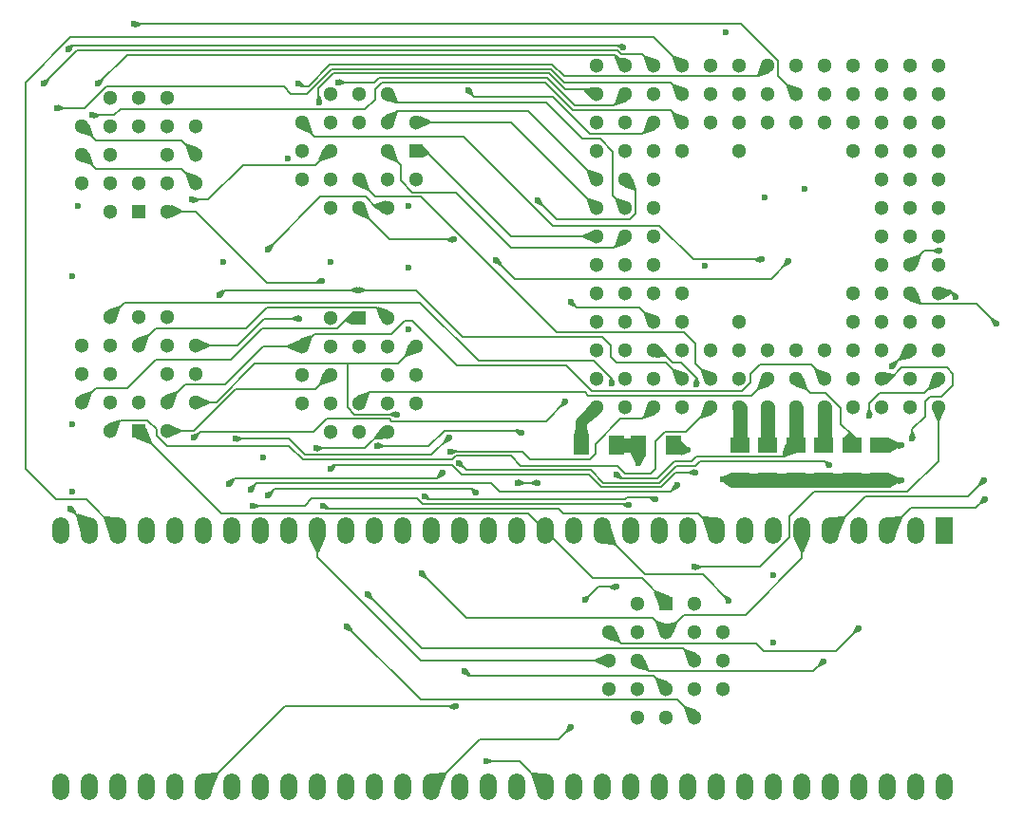
<source format=gbr>
%TF.GenerationSoftware,KiCad,Pcbnew,9.0.2+dfsg-1*%
%TF.CreationDate,2025-12-26T17:01:31-05:00*%
%TF.ProjectId,polyphloisboisterous030,706f6c79-7068-46c6-9f69-73626f697374,rev?*%
%TF.SameCoordinates,Original*%
%TF.FileFunction,Copper,L1,Top*%
%TF.FilePolarity,Positive*%
%FSLAX46Y46*%
G04 Gerber Fmt 4.6, Leading zero omitted, Abs format (unit mm)*
G04 Created by KiCad (PCBNEW 9.0.2+dfsg-1) date 2025-12-26 17:01:31*
%MOMM*%
%LPD*%
G01*
G04 APERTURE LIST*
%TA.AperFunction,SMDPad,CuDef*%
%ADD10R,1.800000X1.325000*%
%TD*%
%TA.AperFunction,ComponentPad*%
%ADD11C,1.300000*%
%TD*%
%TA.AperFunction,ComponentPad*%
%ADD12R,1.300000X1.300000*%
%TD*%
%TA.AperFunction,SMDPad,CuDef*%
%ADD13R,1.325000X1.800000*%
%TD*%
%TA.AperFunction,ComponentPad*%
%ADD14R,1.500000X2.400000*%
%TD*%
%TA.AperFunction,ComponentPad*%
%ADD15O,1.500000X2.400000*%
%TD*%
%TA.AperFunction,ViaPad*%
%ADD16C,0.600000*%
%TD*%
%TA.AperFunction,Conductor*%
%ADD17C,0.500000*%
%TD*%
%TA.AperFunction,Conductor*%
%ADD18C,1.300000*%
%TD*%
%TA.AperFunction,Conductor*%
%ADD19C,0.200000*%
%TD*%
%TA.AperFunction,Conductor*%
%ADD20C,1.000000*%
%TD*%
G04 APERTURE END LIST*
D10*
%TO.P,C9,1,1*%
%TO.N,VCC*%
X186000000Y-70525000D03*
%TO.P,C9,2,2*%
%TO.N,GND*%
X186000000Y-67400000D03*
%TD*%
D11*
%TO.P,U1,A1,BR*%
%TO.N,/{slash}BR_30*%
X160760000Y-63980000D03*
%TO.P,U1,A2,A0*%
%TO.N,/A0*%
X160760000Y-61440000D03*
%TO.P,U1,A3,A30*%
%TO.N,unconnected-(U1A-A30-PadA3)*%
X160760000Y-58900000D03*
%TO.P,U1,A4,A28*%
%TO.N,unconnected-(U1A-A28-PadA4)*%
X160760000Y-56360000D03*
%TO.P,U1,A5,A26*%
%TO.N,unconnected-(U1A-A26-PadA5)*%
X160760000Y-53820000D03*
%TO.P,U1,A6,A24*%
%TO.N,unconnected-(U1A-A24-PadA6)*%
X160760000Y-51280000D03*
%TO.P,U1,A7,A23*%
%TO.N,/A23*%
X160760000Y-48740000D03*
%TO.P,U1,A8,A21*%
%TO.N,/A21*%
X160760000Y-46200000D03*
%TO.P,U1,A9,A19*%
%TO.N,/A19*%
X160760000Y-43660000D03*
%TO.P,U1,A10,A17*%
%TO.N,/A17*%
X160760000Y-41120000D03*
%TO.P,U1,A11,A15*%
%TO.N,/A15*%
X160760000Y-38580000D03*
%TO.P,U1,A12,A13*%
%TO.N,/A13*%
X160760000Y-36040000D03*
%TO.P,U1,A13,A10*%
%TO.N,/A10*%
X160760000Y-33500000D03*
%TO.P,U1,B1,RMC*%
%TO.N,unconnected-(U1A-RMC-PadB1)*%
X163300000Y-63980000D03*
%TO.P,U1,B2,BG*%
%TO.N,unconnected-(U1A-BG-PadB2)*%
X163300000Y-61440000D03*
%TO.P,U1,B3,A31*%
%TO.N,unconnected-(U1A-A31-PadB3)*%
X163300000Y-58900000D03*
%TO.P,U1,B4,A29*%
%TO.N,unconnected-(U1A-A29-PadB4)*%
X163300000Y-56360000D03*
%TO.P,U1,B5,A27*%
%TO.N,unconnected-(U1A-A27-PadB5)*%
X163300000Y-53820000D03*
%TO.P,U1,B6,A25*%
%TO.N,unconnected-(U1A-A25-PadB6)*%
X163300000Y-51280000D03*
%TO.P,U1,B7,A22*%
%TO.N,/A22*%
X163300000Y-48740000D03*
%TO.P,U1,B8,A20*%
%TO.N,/A20*%
X163300000Y-46200000D03*
%TO.P,U1,B9,A16*%
%TO.N,/A16*%
X163300000Y-43660000D03*
%TO.P,U1,B10,A14*%
%TO.N,/A14*%
X163300000Y-41120000D03*
%TO.P,U1,B11,A12*%
%TO.N,/A12*%
X163300000Y-38580000D03*
%TO.P,U1,B12,A8*%
%TO.N,/A8*%
X163300000Y-36040000D03*
%TO.P,U1,B13,A7*%
%TO.N,/A7*%
X163300000Y-33500000D03*
%TO.P,U1,C1,FC1*%
%TO.N,/FC1*%
X165840000Y-63980000D03*
%TO.P,U1,C2,CIOUT*%
%TO.N,unconnected-(U1A-CIOUT-PadC2)*%
X165840000Y-61440000D03*
%TO.P,U1,C3,BGACK*%
%TO.N,/{slash}BGACK_30*%
X165840000Y-58900000D03*
%TO.P,U1,C4,A1*%
%TO.N,/A1*%
X165840000Y-56360000D03*
%TO.P,U1,C5,GND@1*%
%TO.N,GND*%
X165840000Y-53820000D03*
%TO.P,U1,C6,VCC@1*%
%TO.N,VCC*%
X165840000Y-51280000D03*
%TO.P,U1,C7,GND@2*%
%TO.N,GND*%
X165840000Y-48740000D03*
%TO.P,U1,C8,A18*%
%TO.N,/A18*%
X165840000Y-46200000D03*
%TO.P,U1,C9,GND@3*%
%TO.N,GND*%
X165840000Y-43660000D03*
%TO.P,U1,C10,A11*%
%TO.N,/A11*%
X165840000Y-41120000D03*
%TO.P,U1,C11,A9*%
%TO.N,/A9*%
X165840000Y-38580000D03*
%TO.P,U1,C12,A5*%
%TO.N,/A5*%
X165840000Y-36040000D03*
%TO.P,U1,C13,A4*%
%TO.N,/A4*%
X165840000Y-33500000D03*
%TO.P,U1,D1,FC2*%
%TO.N,/FC2*%
X168380000Y-63980000D03*
%TO.P,U1,D2,FC0*%
%TO.N,/FC0*%
X168380000Y-61440000D03*
%TO.P,U1,D3,OCS*%
%TO.N,unconnected-(U1A-OCS-PadD3)*%
X168380000Y-58900000D03*
%TO.P,U1,D4,VCC@2*%
%TO.N,VCC*%
X168380000Y-56360000D03*
%TO.P,U1,D5,NC*%
%TO.N,unconnected-(U1A-NC-PadD5)*%
X168380000Y-53820000D03*
%TO.P,U1,D10,VCC@3*%
%TO.N,VCC*%
X168380000Y-41120000D03*
%TO.P,U1,D11,A6*%
%TO.N,/A6*%
X168380000Y-38580000D03*
%TO.P,U1,D12,A3*%
%TO.N,/A3*%
X168380000Y-36040000D03*
%TO.P,U1,D13,A2*%
%TO.N,/A2*%
X168380000Y-33500000D03*
%TO.P,U1,E1,CLK*%
%TO.N,/CLK_30*%
X170920000Y-63980000D03*
%TO.P,U1,E2,AVEC*%
%TO.N,/AVEC*%
X170920000Y-61440000D03*
%TO.P,U1,E3,GND@4*%
%TO.N,GND*%
X170920000Y-58900000D03*
%TO.P,U1,E11,GND@5*%
X170920000Y-38580000D03*
%TO.P,U1,E12,NC*%
%TO.N,unconnected-(U1A-NC-PadE12)*%
X170920000Y-36040000D03*
%TO.P,U1,E13,IPEND*%
%TO.N,unconnected-(U1A-IPEND-PadE13)*%
X170920000Y-33500000D03*
%TO.P,U1,F1,DSACK0*%
%TO.N,/{slash}DSACK0*%
X173460000Y-63980000D03*
%TO.P,U1,F2,VCC@4*%
%TO.N,VCC*%
X173460000Y-61440000D03*
%TO.P,U1,F3,GND@6*%
%TO.N,GND*%
X173460000Y-58900000D03*
%TO.P,U1,F4,NC*%
%TO.N,unconnected-(U1A-NC-PadF4)*%
X173460000Y-56360000D03*
%TO.P,U1,F10,NC*%
%TO.N,unconnected-(U1A-NC-PadF10)*%
X173460000Y-41120000D03*
%TO.P,U1,F11,VCC@5*%
%TO.N,VCC*%
X173460000Y-38580000D03*
%TO.P,U1,F12,RESET*%
%TO.N,/{slash}RESET_30*%
X173460000Y-36040000D03*
%TO.P,U1,F13,MMUDIS*%
%TO.N,/{slash}MMUDIS*%
X173460000Y-33500000D03*
%TO.P,U1,G1,STERM*%
%TO.N,/{slash}STERM*%
X176000000Y-63980000D03*
%TO.P,U1,G2,DSACK1*%
%TO.N,/{slash}DSACK1*%
X176000000Y-61440000D03*
%TO.P,U1,G3,GND@7*%
%TO.N,GND*%
X176000000Y-58900000D03*
%TO.P,U1,G11,GND@8*%
X176000000Y-38580000D03*
%TO.P,U1,G12,IPL2*%
%TO.N,/{slash}IPL2*%
X176000000Y-36040000D03*
%TO.P,U1,G13,IPL1*%
%TO.N,/{slash}IPL1*%
X176000000Y-33500000D03*
%TO.P,U1,H1,BERR*%
%TO.N,/{slash}BERR_30*%
X178540000Y-63980000D03*
%TO.P,U1,H2,HALT*%
%TO.N,/{slash}HALT_30*%
X178540000Y-61440000D03*
%TO.P,U1,H3,VCC@6*%
%TO.N,VCC*%
X178540000Y-58900000D03*
%TO.P,U1,H11,VCC@7*%
X178540000Y-38580000D03*
%TO.P,U1,H12,CDIS*%
%TO.N,/CDIS*%
X178540000Y-36040000D03*
%TO.P,U1,H13,IPL0*%
%TO.N,/{slash}IPL0*%
X178540000Y-33500000D03*
%TO.P,U1,J1,CBACK*%
%TO.N,/{slash}CBACK*%
X181080000Y-63980000D03*
%TO.P,U1,J2,AS*%
%TO.N,/{slash}AS_30*%
X181080000Y-61440000D03*
%TO.P,U1,J3,GND@9*%
%TO.N,GND*%
X181080000Y-58900000D03*
%TO.P,U1,J11,GND@10*%
X181080000Y-38580000D03*
%TO.P,U1,J12,STATUS*%
%TO.N,unconnected-(U1A-STATUS-PadJ12)*%
X181080000Y-36040000D03*
%TO.P,U1,J13,REFILL*%
%TO.N,unconnected-(U1A-REFILL-PadJ13)*%
X181080000Y-33500000D03*
%TO.P,U1,K1,CBREQ*%
%TO.N,unconnected-(U1A-CBREQ-PadK1)*%
X183620000Y-63980000D03*
%TO.P,U1,K2,DS*%
%TO.N,/{slash}DS_30*%
X183620000Y-61440000D03*
%TO.P,U1,K3,SIZ1*%
%TO.N,/SIZ1*%
X183620000Y-58900000D03*
%TO.P,U1,K4,VCC@8*%
%TO.N,VCC*%
X183620000Y-56360000D03*
%TO.P,U1,K5,NC*%
%TO.N,unconnected-(U1A-NC-PadK5)*%
X183620000Y-53820000D03*
%TO.P,U1,K10,VCC@9*%
%TO.N,VCC*%
X183620000Y-41120000D03*
%TO.P,U1,K11,D5*%
%TO.N,/D5*%
X183620000Y-38580000D03*
%TO.P,U1,K12,D1*%
%TO.N,/D1*%
X183620000Y-36040000D03*
%TO.P,U1,K13,D0*%
%TO.N,/D0*%
X183620000Y-33500000D03*
%TO.P,U1,L1,CIIN*%
%TO.N,/{slash}CIIN*%
X186160000Y-63980000D03*
%TO.P,U1,L2,SIZ0*%
%TO.N,/SIZ0*%
X186160000Y-61440000D03*
%TO.P,U1,L3,R/~{W}*%
%TO.N,/{slash}R{slash}W*%
X186160000Y-58900000D03*
%TO.P,U1,L4,D30*%
%TO.N,/D30*%
X186160000Y-56360000D03*
%TO.P,U1,L5,GND@11*%
%TO.N,GND*%
X186160000Y-53820000D03*
%TO.P,U1,L6,VCC@10*%
%TO.N,VCC*%
X186160000Y-51280000D03*
%TO.P,U1,L7,GND@12*%
%TO.N,GND*%
X186160000Y-48740000D03*
%TO.P,U1,L8,GND@13*%
X186160000Y-46200000D03*
%TO.P,U1,L9,GND@14*%
X186160000Y-43660000D03*
%TO.P,U1,L10,D10*%
%TO.N,/D10*%
X186160000Y-41120000D03*
%TO.P,U1,L11,D7*%
%TO.N,/D7*%
X186160000Y-38580000D03*
%TO.P,U1,L12,D4*%
%TO.N,/D4*%
X186160000Y-36040000D03*
%TO.P,U1,L13,D2*%
%TO.N,/D2*%
X186160000Y-33500000D03*
%TO.P,U1,M1,DBEN*%
%TO.N,unconnected-(U1A-DBEN-PadM1)*%
X188700000Y-63980000D03*
%TO.P,U1,M2,ECS*%
%TO.N,/ECS*%
X188700000Y-61440000D03*
%TO.P,U1,M3,D29*%
%TO.N,/D29*%
X188700000Y-58900000D03*
%TO.P,U1,M4,D27*%
%TO.N,/D27*%
X188700000Y-56360000D03*
%TO.P,U1,M5,D24*%
%TO.N,/D24*%
X188700000Y-53820000D03*
%TO.P,U1,M6,D22*%
%TO.N,/D22*%
X188700000Y-51280000D03*
%TO.P,U1,M7,D20*%
%TO.N,/D20*%
X188700000Y-48740000D03*
%TO.P,U1,M8,D17*%
%TO.N,/D17*%
X188700000Y-46200000D03*
%TO.P,U1,M9,D14*%
%TO.N,/D14*%
X188700000Y-43660000D03*
%TO.P,U1,M10,D12*%
%TO.N,/D12*%
X188700000Y-41120000D03*
%TO.P,U1,M11,D9*%
%TO.N,/D9*%
X188700000Y-38580000D03*
%TO.P,U1,M12,D6*%
%TO.N,/D6*%
X188700000Y-36040000D03*
%TO.P,U1,M13,D3*%
%TO.N,/D3*%
X188700000Y-33500000D03*
%TO.P,U1,N1,D31*%
%TO.N,/D31*%
X191240000Y-63980000D03*
%TO.P,U1,N2,D28*%
%TO.N,/D28*%
X191240000Y-61440000D03*
%TO.P,U1,N3,D26*%
%TO.N,/D26*%
X191240000Y-58900000D03*
%TO.P,U1,N4,D25*%
%TO.N,/D25*%
X191240000Y-56360000D03*
%TO.P,U1,N5,D23*%
%TO.N,/D23*%
X191240000Y-53820000D03*
%TO.P,U1,N6,D21*%
%TO.N,/D21*%
X191240000Y-51280000D03*
%TO.P,U1,N7,D19*%
%TO.N,/D19*%
X191240000Y-48740000D03*
%TO.P,U1,N8,D18*%
%TO.N,/D18*%
X191240000Y-46200000D03*
%TO.P,U1,N9,D16*%
%TO.N,/D16*%
X191240000Y-43660000D03*
%TO.P,U1,N10,D15*%
%TO.N,/D15*%
X191240000Y-41120000D03*
%TO.P,U1,N11,D13*%
%TO.N,/D13*%
X191240000Y-38580000D03*
%TO.P,U1,N12,D11*%
%TO.N,/D11*%
X191240000Y-36040000D03*
%TO.P,U1,N13,D8*%
%TO.N,/D8*%
X191240000Y-33500000D03*
%TD*%
D12*
%TO.P,U7,1,CLK*%
%TO.N,unconnected-(U7-CLK-Pad1)*%
X119960000Y-46500000D03*
D11*
%TO.P,U7,2,I1*%
%TO.N,unconnected-(U7-I1-Pad2)*%
X119960000Y-43960000D03*
%TO.P,U7,3,I2*%
%TO.N,/C8M.PDS*%
X122500000Y-46500000D03*
%TO.P,U7,4,I3*%
%TO.N,Net-(U7-I3)*%
X125040000Y-43960000D03*
%TO.P,U7,5,I4*%
%TO.N,Net-(U7-I4)*%
X122500000Y-43960000D03*
%TO.P,U7,6,I5*%
%TO.N,Net-(U7-I5)*%
X125040000Y-41420000D03*
%TO.P,U7,7,I6*%
%TO.N,unconnected-(U7-I6-Pad7)*%
X122500000Y-41420000D03*
%TO.P,U7,8,I7*%
%TO.N,unconnected-(U7-I7-Pad8)*%
X125040000Y-38880000D03*
%TO.P,U7,9,I8*%
%TO.N,unconnected-(U7-I8-Pad9)*%
X122500000Y-36340000D03*
%TO.P,U7,10,GND*%
%TO.N,GND*%
X122500000Y-38880000D03*
%TO.P,U7,11,OE*%
%TO.N,unconnected-(U7-OE-Pad11)*%
X119960000Y-36340000D03*
%TO.P,U7,12,O8*%
%TO.N,unconnected-(U7-O8-Pad12)*%
X119960000Y-38880000D03*
%TO.P,U7,13,O7*%
%TO.N,/C16M*%
X117420000Y-36340000D03*
%TO.P,U7,14,O6*%
%TO.N,Net-(U7-I5)*%
X114880000Y-38880000D03*
%TO.P,U7,15,O5*%
%TO.N,Net-(U7-I4)*%
X117420000Y-38880000D03*
%TO.P,U7,16,O4*%
%TO.N,Net-(U7-I3)*%
X114880000Y-41420000D03*
%TO.P,U7,17,O3*%
%TO.N,unconnected-(U7-O3-Pad17)*%
X117420000Y-41420000D03*
%TO.P,U7,18,O2*%
%TO.N,unconnected-(U7-O2-Pad18)*%
X114880000Y-43960000D03*
%TO.P,U7,19,O1*%
%TO.N,unconnected-(U7-O1-Pad19)*%
X117420000Y-46500000D03*
%TO.P,U7,20,VCC*%
%TO.N,VCC*%
X117420000Y-43960000D03*
%TD*%
D12*
%TO.P,U5,1,CLK*%
%TO.N,/C8M.PDS*%
X166960000Y-81500000D03*
D11*
%TO.P,U5,2,I1*%
%TO.N,/{slash}AS_00*%
X166960000Y-84040000D03*
%TO.P,U5,3,I2*%
%TO.N,/SIZ1*%
X164420000Y-81500000D03*
%TO.P,U5,4,I3*%
%TO.N,/SIZ0*%
X161880000Y-84040000D03*
%TO.P,U5,5,I4*%
%TO.N,/{slash}R{slash}W*%
X164420000Y-84040000D03*
%TO.P,U5,6,I5*%
%TO.N,/{slash}IPL2*%
X161880000Y-86580000D03*
%TO.P,U5,7,I6*%
%TO.N,/{slash}CIIN*%
X164420000Y-86580000D03*
%TO.P,U5,8,I7*%
%TO.N,/A22*%
X161880000Y-89120000D03*
%TO.P,U5,9,I8*%
%TO.N,/A0*%
X164420000Y-91660000D03*
%TO.P,U5,10,GND*%
%TO.N,GND*%
X164420000Y-89120000D03*
%TO.P,U5,11,OE*%
X166960000Y-91660000D03*
%TO.P,U5,12,O8*%
%TO.N,/{slash}RESET_00*%
X166960000Y-89120000D03*
%TO.P,U5,13,O7*%
%TO.N,/{slash}RESET_30*%
X169500000Y-91660000D03*
%TO.P,U5,14,O6*%
%TO.N,unconnected-(U5-O6-Pad14)*%
X172040000Y-89120000D03*
%TO.P,U5,15,O5*%
%TO.N,unconnected-(U5-O5-Pad15)*%
X169500000Y-89120000D03*
%TO.P,U5,16,O4*%
%TO.N,/{slash}BR_00*%
X172040000Y-86580000D03*
%TO.P,U5,17,O3*%
%TO.N,/N$7*%
X169500000Y-86580000D03*
%TO.P,U5,18,O2*%
%TO.N,/{slash}UDS*%
X172040000Y-84040000D03*
%TO.P,U5,19,O1*%
%TO.N,/{slash}LDS*%
X169500000Y-81500000D03*
%TO.P,U5,20,VCC*%
%TO.N,VCC*%
X169500000Y-84040000D03*
%TD*%
D12*
%TO.P,U4,1,CLK*%
%TO.N,/SM_CLK16*%
X139540000Y-56000000D03*
D11*
%TO.P,U4,2,I1*%
%TO.N,/NOFC*%
X139540000Y-58540000D03*
%TO.P,U4,3,I2*%
%TO.N,/C8M.PDS*%
X137000000Y-56000000D03*
%TO.P,U4,4,I3*%
%TO.N,/{slash}AS_30*%
X134460000Y-58540000D03*
%TO.P,U4,5,I4*%
%TO.N,/{slash}DTACK_SYS+EX*%
X137000000Y-58540000D03*
%TO.P,U4,6,I5*%
%TO.N,/{slash}VPA*%
X134460000Y-61080000D03*
%TO.P,U4,7,I6*%
%TO.N,/E*%
X137000000Y-61080000D03*
%TO.P,U4,8,I7*%
%TO.N,/{slash}R{slash}W*%
X134460000Y-63620000D03*
%TO.P,U4,9,I8*%
%TO.N,/{slash}RESET_30*%
X137000000Y-66160000D03*
%TO.P,U4,10,GND*%
%TO.N,GND*%
X137000000Y-63620000D03*
%TO.P,U4,11,OE*%
%TO.N,/N$7*%
X139540000Y-66160000D03*
%TO.P,U4,12,O8*%
%TO.N,/{slash}DSACK1*%
X139540000Y-63620000D03*
%TO.P,U4,13,O7*%
%TO.N,/P2.A17*%
X142080000Y-66160000D03*
%TO.P,U4,14,O6*%
%TO.N,unconnected-(U4-O6-Pad14)*%
X144620000Y-63620000D03*
%TO.P,U4,15,O5*%
%TO.N,unconnected-(U4-O5-Pad15)*%
X142080000Y-63620000D03*
%TO.P,U4,16,O4*%
%TO.N,/{slash}VMA*%
X144620000Y-61080000D03*
%TO.P,U4,17,O3*%
%TO.N,unconnected-(U4-O3-Pad17)*%
X142080000Y-61080000D03*
%TO.P,U4,18,O2*%
%TO.N,/{slash}AS_00*%
X144620000Y-58540000D03*
%TO.P,U4,19,O1*%
%TO.N,/N$1*%
X142080000Y-56000000D03*
%TO.P,U4,20,VCC*%
%TO.N,VCC*%
X142080000Y-58540000D03*
%TD*%
D13*
%TO.P,R14,1,1*%
%TO.N,/{slash}BGACK_30*%
X167625000Y-67400000D03*
%TO.P,R14,2,2*%
%TO.N,VCC*%
X164500000Y-67400000D03*
%TD*%
D10*
%TO.P,R1,1,1*%
%TO.N,/{slash}DSACK0*%
X173500000Y-67400000D03*
%TO.P,R1,2,2*%
%TO.N,VCC*%
X173500000Y-70525000D03*
%TD*%
D12*
%TO.P,U3,1,CLK*%
%TO.N,/A23*%
X144620000Y-41080000D03*
D11*
%TO.P,U3,2,I1*%
%TO.N,/A22*%
X142080000Y-41080000D03*
%TO.P,U3,3,I2*%
%TO.N,/A21*%
X144620000Y-38540000D03*
%TO.P,U3,4,I3*%
%TO.N,/A20*%
X142080000Y-36000000D03*
%TO.P,U3,5,I4*%
%TO.N,/A19*%
X142080000Y-38540000D03*
%TO.P,U3,6,I5*%
%TO.N,/FC0*%
X139540000Y-36000000D03*
%TO.P,U3,7,I6*%
%TO.N,/FC1*%
X139540000Y-38540000D03*
%TO.P,U3,8,I7*%
%TO.N,/FC2*%
X137000000Y-36000000D03*
%TO.P,U3,9,I8*%
%TO.N,/{slash}DTACK*%
X134460000Y-38540000D03*
%TO.P,U3,10,GND*%
%TO.N,GND*%
X137000000Y-38540000D03*
%TO.P,U3,11,OE*%
%TO.N,/P3.B10*%
X134460000Y-41080000D03*
%TO.P,U3,12,O8*%
%TO.N,/{slash}SCC.RW.DEC*%
X137000000Y-41080000D03*
%TO.P,U3,13,O7*%
%TO.N,/{slash}EXT.DTK*%
X134460000Y-43620000D03*
%TO.P,U3,14,O6*%
%TO.N,unconnected-(U3-O6-Pad14)*%
X137000000Y-46160000D03*
%TO.P,U3,15,O5*%
%TO.N,/{slash}DTACK_SYS+EX*%
X137000000Y-43620000D03*
%TO.P,U3,16,O4*%
%TO.N,/{slash}CIIN*%
X139540000Y-46160000D03*
%TO.P,U3,17,O3*%
%TO.N,/AVEC*%
X139540000Y-43620000D03*
%TO.P,U3,18,O2*%
%TO.N,/{slash}FPUCS*%
X142080000Y-46160000D03*
%TO.P,U3,19,O1*%
%TO.N,/NOFC*%
X144620000Y-43620000D03*
%TO.P,U3,20,VCC*%
%TO.N,VCC*%
X142080000Y-43620000D03*
%TD*%
D10*
%TO.P,R6,1,1*%
%TO.N,/{slash}STERM*%
X176000000Y-67400000D03*
%TO.P,R6,2,2*%
%TO.N,VCC*%
X176000000Y-70525000D03*
%TD*%
%TO.P,R8,1,1*%
%TO.N,/{slash}HALT_30*%
X183500000Y-67400000D03*
%TO.P,R8,2,2*%
%TO.N,VCC*%
X183500000Y-70525000D03*
%TD*%
D12*
%TO.P,U6,1,CLK*%
%TO.N,/C8M.PDS*%
X119920000Y-66080000D03*
D11*
%TO.P,U6,2,I1*%
%TO.N,/C16M*%
X119920000Y-63540000D03*
%TO.P,U6,3,I2*%
%TO.N,/E*%
X122460000Y-66080000D03*
%TO.P,U6,4,I3*%
%TO.N,/{slash}AS_00*%
X125000000Y-63540000D03*
%TO.P,U6,5,I4*%
%TO.N,/{slash}AS_30*%
X122460000Y-63540000D03*
%TO.P,U6,6,I5*%
%TO.N,/{slash}FPUCS*%
X125000000Y-61000000D03*
%TO.P,U6,7,I6*%
%TO.N,/FPUSENSE*%
X122460000Y-61000000D03*
%TO.P,U6,8,I7*%
%TO.N,/{slash}RESET_30*%
X125000000Y-58460000D03*
%TO.P,U6,9,I8*%
%TO.N,/{slash}SCC.RW.DEC*%
X122460000Y-55920000D03*
%TO.P,U6,10,GND*%
%TO.N,GND*%
X122460000Y-58460000D03*
%TO.P,U6,11,OE*%
X119920000Y-55920000D03*
%TO.P,U6,12,O8*%
%TO.N,/N$1*%
X119920000Y-58460000D03*
%TO.P,U6,13,O7*%
%TO.N,/{slash}BERR_30*%
X117380000Y-55920000D03*
%TO.P,U6,14,O6*%
%TO.N,/CDIS*%
X114840000Y-58460000D03*
%TO.P,U6,15,O5*%
%TO.N,unconnected-(U6-O5-Pad15)*%
X117380000Y-58460000D03*
%TO.P,U6,16,O4*%
%TO.N,unconnected-(U6-O4-Pad16)*%
X114840000Y-61000000D03*
%TO.P,U6,17,O3*%
%TO.N,unconnected-(U6-O3-Pad17)*%
X117380000Y-61000000D03*
%TO.P,U6,18,O2*%
%TO.N,/SM_CLK16*%
X114840000Y-63540000D03*
%TO.P,U6,19,O1*%
%TO.N,/CLK_30*%
X117380000Y-66080000D03*
%TO.P,U6,20,VCC*%
%TO.N,VCC*%
X117380000Y-63540000D03*
%TD*%
D14*
%TO.P,IC1,1,D4*%
%TO.N,/D20*%
X191740000Y-75000000D03*
D15*
%TO.P,IC1,2,D3*%
%TO.N,/D19*%
X189200000Y-75000000D03*
%TO.P,IC1,3,D2*%
%TO.N,/D18*%
X186660000Y-75000000D03*
%TO.P,IC1,4,D1*%
%TO.N,/D17*%
X184120000Y-75000000D03*
%TO.P,IC1,5,D0*%
%TO.N,/D16*%
X181580000Y-75000000D03*
%TO.P,IC1,6,AS*%
%TO.N,/{slash}AS_00*%
X179040000Y-75000000D03*
%TO.P,IC1,7,UDS*%
%TO.N,/{slash}UDS*%
X176500000Y-75000000D03*
%TO.P,IC1,8,LDS*%
%TO.N,/{slash}LDS*%
X173960000Y-75000000D03*
%TO.P,IC1,9,R/W*%
%TO.N,/{slash}R{slash}W*%
X171420000Y-75000000D03*
%TO.P,IC1,10,DTACK*%
%TO.N,/{slash}DTACK*%
X168880000Y-75000000D03*
%TO.P,IC1,11,BG*%
%TO.N,unconnected-(IC1A-BG-Pad11)*%
X166340000Y-75000000D03*
%TO.P,IC1,12,BGACK*%
%TO.N,unconnected-(IC1A-BGACK-Pad12)*%
X163800000Y-75000000D03*
%TO.P,IC1,13,BR*%
%TO.N,/{slash}BR_00*%
X161260000Y-75000000D03*
%TO.P,IC1,14,VCC@1*%
%TO.N,VCC*%
X158720000Y-75000000D03*
%TO.P,IC1,15,CLK*%
%TO.N,/C8M.PDS*%
X156180000Y-75000000D03*
%TO.P,IC1,16,GND@1*%
%TO.N,GND*%
X153640000Y-75000000D03*
%TO.P,IC1,17,HALT*%
%TO.N,unconnected-(IC1A-HALT-Pad17)*%
X151100000Y-75000000D03*
%TO.P,IC1,18,RESET*%
%TO.N,/{slash}RESET_00*%
X148560000Y-75000000D03*
%TO.P,IC1,19,VMA*%
%TO.N,/{slash}VMA*%
X146020000Y-75000000D03*
%TO.P,IC1,20,E*%
%TO.N,/E*%
X143480000Y-75000000D03*
%TO.P,IC1,21,VPA*%
%TO.N,/{slash}VPA*%
X140940000Y-75000000D03*
%TO.P,IC1,22,BERR*%
%TO.N,unconnected-(IC1A-BERR-Pad22)*%
X138400000Y-75000000D03*
%TO.P,IC1,23,IPL2*%
%TO.N,/{slash}IPL2*%
X135860000Y-75000000D03*
%TO.P,IC1,24,IPL1*%
%TO.N,/{slash}IPL1*%
X133320000Y-75000000D03*
%TO.P,IC1,25,IPL0*%
%TO.N,/{slash}IPL0*%
X130780000Y-75000000D03*
%TO.P,IC1,26,FC2*%
%TO.N,/FC2*%
X128240000Y-75000000D03*
%TO.P,IC1,27,FC1*%
%TO.N,/FC1*%
X125700000Y-75000000D03*
%TO.P,IC1,28,FC0*%
%TO.N,/FC0*%
X123160000Y-75000000D03*
%TO.P,IC1,29,A1*%
%TO.N,/A1*%
X120620000Y-75000000D03*
%TO.P,IC1,30,A2*%
%TO.N,/A2*%
X118080000Y-75000000D03*
%TO.P,IC1,31,A3*%
%TO.N,/A3*%
X115540000Y-75000000D03*
%TO.P,IC1,32,A4*%
%TO.N,/A4*%
X113000000Y-75000000D03*
%TO.P,IC1,33,A5*%
%TO.N,/A5*%
X113000000Y-97860000D03*
%TO.P,IC1,34,A6*%
%TO.N,/A6*%
X115540000Y-97860000D03*
%TO.P,IC1,35,A7*%
%TO.N,/A7*%
X118080000Y-97860000D03*
%TO.P,IC1,36,A8*%
%TO.N,/A8*%
X120620000Y-97860000D03*
%TO.P,IC1,37,A9*%
%TO.N,/A9*%
X123160000Y-97860000D03*
%TO.P,IC1,38,A10*%
%TO.N,/A10*%
X125700000Y-97860000D03*
%TO.P,IC1,39,A11*%
%TO.N,/A11*%
X128240000Y-97860000D03*
%TO.P,IC1,40,A12*%
%TO.N,/A12*%
X130780000Y-97860000D03*
%TO.P,IC1,41,A13*%
%TO.N,/A13*%
X133320000Y-97860000D03*
%TO.P,IC1,42,A14*%
%TO.N,/A14*%
X135860000Y-97860000D03*
%TO.P,IC1,43,A15*%
%TO.N,/A15*%
X138400000Y-97860000D03*
%TO.P,IC1,44,A16*%
%TO.N,/A16*%
X140940000Y-97860000D03*
%TO.P,IC1,45,A17*%
%TO.N,/A17*%
X143480000Y-97860000D03*
%TO.P,IC1,46,A18*%
%TO.N,/A18*%
X146020000Y-97860000D03*
%TO.P,IC1,47,A19*%
%TO.N,/A19*%
X148560000Y-97860000D03*
%TO.P,IC1,48,A20*%
%TO.N,/A20*%
X151100000Y-97860000D03*
%TO.P,IC1,49,VCC@2*%
%TO.N,VCC*%
X153640000Y-97860000D03*
%TO.P,IC1,50,A21*%
%TO.N,/A21*%
X156180000Y-97860000D03*
%TO.P,IC1,51,A22*%
%TO.N,/A22*%
X158720000Y-97860000D03*
%TO.P,IC1,52,A23*%
%TO.N,/A23*%
X161260000Y-97860000D03*
%TO.P,IC1,53,GND@2*%
%TO.N,GND*%
X163800000Y-97860000D03*
%TO.P,IC1,54,D15*%
%TO.N,/D31*%
X166340000Y-97860000D03*
%TO.P,IC1,55,D14*%
%TO.N,/D30*%
X168880000Y-97860000D03*
%TO.P,IC1,56,D13*%
%TO.N,/D29*%
X171420000Y-97860000D03*
%TO.P,IC1,57,D12*%
%TO.N,/D28*%
X173960000Y-97860000D03*
%TO.P,IC1,58,D11*%
%TO.N,/D27*%
X176500000Y-97860000D03*
%TO.P,IC1,59,D10*%
%TO.N,/D26*%
X179040000Y-97860000D03*
%TO.P,IC1,60,D9*%
%TO.N,/D25*%
X181580000Y-97860000D03*
%TO.P,IC1,61,D8*%
%TO.N,/D24*%
X184120000Y-97860000D03*
%TO.P,IC1,62,D7*%
%TO.N,/D23*%
X186660000Y-97860000D03*
%TO.P,IC1,63,D6*%
%TO.N,/D22*%
X189200000Y-97860000D03*
%TO.P,IC1,64,D5*%
%TO.N,/D21*%
X191740000Y-97860000D03*
%TD*%
D10*
%TO.P,R7,1,1*%
%TO.N,/{slash}CBACK*%
X181000000Y-67400000D03*
%TO.P,R7,2,2*%
%TO.N,VCC*%
X181000000Y-70525000D03*
%TD*%
%TO.P,R15,1,1*%
%TO.N,/{slash}BERR_30*%
X178500000Y-67400000D03*
%TO.P,R15,2,2*%
%TO.N,VCC*%
X178500000Y-70525000D03*
%TD*%
D13*
%TO.P,R13,1,1*%
%TO.N,/{slash}BR_30*%
X159375000Y-67400000D03*
%TO.P,R13,2,2*%
%TO.N,VCC*%
X162500000Y-67400000D03*
%TD*%
D16*
%TO.N,GND*%
X170418702Y-51394200D03*
X114000000Y-52250000D03*
X144000000Y-51500000D03*
X137000000Y-51000000D03*
X176500000Y-85000000D03*
X187900000Y-67400000D03*
X114000000Y-71500000D03*
%TO.N,VCC*%
X164500000Y-69000000D03*
X114000000Y-65500000D03*
X131000000Y-68500000D03*
X114500000Y-46000000D03*
X176500000Y-79000000D03*
X144000000Y-46000000D03*
X172000000Y-70400000D03*
X127500000Y-51000000D03*
X172250000Y-30500000D03*
X187900000Y-70525000D03*
X144000000Y-57000000D03*
X179250000Y-44500000D03*
X133250000Y-41750000D03*
X175700000Y-45300000D03*
%TO.N,/{slash}AS_00*%
X142969300Y-64613700D03*
X145181500Y-78818500D03*
%TO.N,/A9*%
X147602900Y-66673900D03*
X149294200Y-35709200D03*
X128575400Y-66784300D03*
%TO.N,/A12*%
X141175600Y-67419400D03*
X154084200Y-66275200D03*
%TO.N,/A6*%
X115793700Y-37929900D03*
%TO.N,/A5*%
X163147465Y-31852535D03*
X113658400Y-32029500D03*
%TO.N,/D24*%
X196380500Y-56512200D03*
%TO.N,/A21*%
X150891400Y-95546500D03*
%TO.N,/{slash}R{slash}W*%
X136350000Y-72775000D03*
%TO.N,/A8*%
X137744900Y-34999900D03*
%TO.N,/A18*%
X159696400Y-81196400D03*
X158500000Y-92500000D03*
X162496000Y-80000000D03*
%TO.N,/{slash}DTACK*%
X175473500Y-50794200D03*
%TO.N,/D23*%
X192791000Y-54171700D03*
%TO.N,/A16*%
X155496100Y-45545500D03*
%TO.N,/C8M.PDS*%
X136250000Y-52675002D03*
%TO.N,/D22*%
X191344700Y-50010000D03*
%TO.N,/D16*%
X195304900Y-70500000D03*
%TO.N,/{slash}BR_00*%
X172557300Y-81212000D03*
%TO.N,/{slash}RESET_00*%
X149000000Y-87500000D03*
%TO.N,/D31*%
X169437200Y-78231000D03*
%TO.N,/FC0*%
X127114100Y-54000000D03*
X139500000Y-53532900D03*
%TO.N,/A7*%
X116300300Y-35139700D03*
%TO.N,/A11*%
X130071700Y-72780500D03*
X163598600Y-72697200D03*
%TO.N,/{slash}IPL1*%
X134146500Y-35083500D03*
%TO.N,/A19*%
X153691400Y-70736300D03*
X155480300Y-70736300D03*
%TO.N,/D29*%
X187102500Y-60352000D03*
%TO.N,/A3*%
X112645500Y-37291700D03*
X113864800Y-73000000D03*
%TO.N,/A13*%
X136025600Y-36778000D03*
%TO.N,/A10*%
X148218300Y-90683200D03*
%TO.N,/A14*%
X145382300Y-71894200D03*
X165979000Y-72193200D03*
%TO.N,/FC2*%
X129901000Y-71349200D03*
X167933400Y-70945000D03*
%TO.N,/FC1*%
X147036300Y-69832400D03*
X127972200Y-70816000D03*
X147676400Y-67961100D03*
%TO.N,/D28*%
X185066600Y-64743800D03*
%TO.N,/{slash}IPL0*%
X177882500Y-50931800D03*
X149986600Y-71598500D03*
X151798800Y-50837800D03*
X131443900Y-71879000D03*
%TO.N,/D18*%
X195352450Y-72147550D03*
%TO.N,/A1*%
X157978600Y-63500500D03*
X124876400Y-66706600D03*
X158419900Y-54543600D03*
%TO.N,/A4*%
X111456600Y-35123100D03*
%TO.N,/{slash}RESET_30*%
X138500000Y-83500000D03*
X169550100Y-69799900D03*
X134260600Y-56069100D03*
X137000000Y-69500000D03*
%TO.N,/P2.A17*%
X135754400Y-67634300D03*
%TO.N,/CDIS*%
X119500000Y-29792900D03*
%TO.N,/{slash}BGACK_30*%
X169650000Y-61922800D03*
X168851000Y-67809500D03*
%TO.N,/{slash}BERR_30*%
X162559600Y-70008200D03*
X162135300Y-61839900D03*
%TO.N,/{slash}CIIN*%
X180943300Y-86661000D03*
X181477200Y-69169300D03*
X148476400Y-68926700D03*
X148014200Y-49018400D03*
%TO.N,/SIZ0*%
X188892000Y-66800000D03*
X184109000Y-83672100D03*
%TO.N,/{slash}FPUCS*%
X131449000Y-49904400D03*
%TO.N,/{slash}SCC.RW.DEC*%
X124661900Y-45460400D03*
%TO.N,/N$7*%
X140358800Y-80641200D03*
%TD*%
D17*
%TO.N,GND*%
X186000000Y-67400000D02*
X187900000Y-67400000D01*
%TO.N,VCC*%
X172000000Y-70400000D02*
X173250000Y-70400000D01*
X164500000Y-67400000D02*
X164500000Y-69000000D01*
D18*
X162500000Y-67400000D02*
X164500000Y-67400000D01*
D17*
X187900000Y-70525000D02*
X186000000Y-70525000D01*
D18*
X173500000Y-70525000D02*
X186000000Y-70525000D01*
D19*
%TO.N,/{slash}AS_00*%
X138535300Y-60101400D02*
X143058600Y-60101400D01*
X143058600Y-60101400D02*
X144620000Y-58540000D01*
X149133000Y-82770000D02*
X165752500Y-82770000D01*
X142969300Y-64615300D02*
X142969300Y-64613700D01*
X174000000Y-82500000D02*
X179065000Y-77435000D01*
X142969100Y-64615500D02*
X139160100Y-64615500D01*
X168562500Y-82500000D02*
X174000000Y-82500000D01*
X167022500Y-84040000D02*
X168562500Y-82500000D01*
X126846100Y-63540000D02*
X130284700Y-60101400D01*
X138535300Y-63990700D02*
X138535300Y-60101400D01*
X179065000Y-77435000D02*
X179065000Y-75033000D01*
X130284700Y-60101400D02*
X138535300Y-60101400D01*
X165752500Y-82770000D02*
X167022500Y-84040000D01*
X142969100Y-64615500D02*
X142969300Y-64615300D01*
X145181500Y-78818500D02*
X149133000Y-82770000D01*
X125000000Y-63540000D02*
X126846100Y-63540000D01*
X139160100Y-64615500D02*
X138535300Y-63990700D01*
%TO.N,/A9*%
X146040700Y-68236100D02*
X147602900Y-66673900D01*
X160166500Y-39590400D02*
X156836400Y-36260300D01*
X165840000Y-38580000D02*
X164829600Y-39590400D01*
X134749500Y-68236100D02*
X146040700Y-68236100D01*
X149845300Y-36260300D02*
X149294200Y-35709200D01*
X133297700Y-66784300D02*
X134749500Y-68236100D01*
X128575400Y-66784300D02*
X133297700Y-66784300D01*
X164829600Y-39590400D02*
X160166500Y-39590400D01*
X156836400Y-36260300D02*
X149845300Y-36260300D01*
%TO.N,/A12*%
X141175600Y-67419400D02*
X145796500Y-67419400D01*
X153864400Y-66055400D02*
X154084200Y-66275200D01*
X145796500Y-67419400D02*
X147160500Y-66055400D01*
X147160500Y-66055400D02*
X153864400Y-66055400D01*
%TO.N,/A6*%
X141617700Y-35016700D02*
X141000000Y-35634400D01*
X158657100Y-37513000D02*
X156160800Y-35016700D01*
X168380000Y-38580000D02*
X167313000Y-37513000D01*
X140121000Y-37379000D02*
X118294100Y-37379000D01*
X141000000Y-36500000D02*
X140121000Y-37379000D01*
X118294100Y-37379000D02*
X117743200Y-37929900D01*
X156160800Y-35016700D02*
X141617700Y-35016700D01*
X141000000Y-35634400D02*
X141000000Y-36500000D01*
X167313000Y-37513000D02*
X158657100Y-37513000D01*
X117743200Y-37929900D02*
X115793700Y-37929900D01*
%TO.N,/A5*%
X163147465Y-31852535D02*
X162990130Y-31695200D01*
X113992700Y-31695200D02*
X113658400Y-32029500D01*
X162990130Y-31695200D02*
X113992700Y-31695200D01*
%TO.N,/D24*%
X196380500Y-56512200D02*
X194640000Y-54771700D01*
X194640000Y-54771700D02*
X189651700Y-54771700D01*
X189651700Y-54771700D02*
X188700000Y-53820000D01*
%TO.N,/A21*%
X153858500Y-95546500D02*
X156205000Y-97893000D01*
X153100000Y-38540000D02*
X144540000Y-38540000D01*
X150891400Y-95546500D02*
X153858500Y-95546500D01*
X160760000Y-46200000D02*
X153100000Y-38540000D01*
%TO.N,/{slash}R{slash}W*%
X169844900Y-73432900D02*
X171445000Y-75033000D01*
X157786900Y-73432900D02*
X169844900Y-73432900D01*
X136578600Y-73003600D02*
X157357600Y-73003600D01*
X157357600Y-73003600D02*
X157786900Y-73432900D01*
X136350000Y-72775000D02*
X136578600Y-73003600D01*
%TO.N,/A22*%
X144328800Y-44808100D02*
X143270100Y-43749400D01*
X143270100Y-42350100D02*
X142000000Y-41080000D01*
X153130900Y-49738900D02*
X148200100Y-44808100D01*
X148200100Y-44808100D02*
X144328800Y-44808100D01*
X162301100Y-49738900D02*
X153130900Y-49738900D01*
X163300000Y-48740000D02*
X162301100Y-49738900D01*
X143270100Y-43749400D02*
X143270100Y-42350100D01*
%TO.N,/A8*%
X140943900Y-35016900D02*
X137761900Y-35016900D01*
X156320000Y-34609900D02*
X141350900Y-34609900D01*
X163300000Y-36040000D02*
X162289300Y-37050700D01*
X141350900Y-34609900D02*
X140943900Y-35016900D01*
X137761900Y-35016900D02*
X137744900Y-34999900D01*
X158760800Y-37050700D02*
X156320000Y-34609900D01*
X162289300Y-37050700D02*
X158760800Y-37050700D01*
%TO.N,/A18*%
X157360700Y-93639300D02*
X150298700Y-93639300D01*
X160892800Y-80000000D02*
X162496000Y-80000000D01*
X159696400Y-81196400D02*
X160892800Y-80000000D01*
X158500000Y-92500000D02*
X157360700Y-93639300D01*
X150298700Y-93639300D02*
X146045000Y-97893000D01*
%TO.N,/{slash}DTACK*%
X148899800Y-39800000D02*
X156873500Y-47773700D01*
X156873500Y-47773700D02*
X166340000Y-47773700D01*
X169360500Y-50794200D02*
X175473500Y-50794200D01*
X166340000Y-47773700D02*
X169360500Y-50794200D01*
X135640000Y-39800000D02*
X148899800Y-39800000D01*
X134380000Y-38540000D02*
X135640000Y-39800000D01*
%TO.N,/D23*%
X192791000Y-54171700D02*
X192212100Y-53592800D01*
X192212100Y-53592800D02*
X191467200Y-53592800D01*
%TO.N,/A16*%
X155496100Y-45545500D02*
X157156200Y-47205600D01*
X157156200Y-47205600D02*
X163722200Y-47205600D01*
X163722200Y-47205600D02*
X164252100Y-46675700D01*
X164252100Y-46675700D02*
X164252100Y-44612100D01*
X164252100Y-44612100D02*
X163300000Y-43660000D01*
%TO.N,/C8M.PDS*%
X127300000Y-73460000D02*
X154632000Y-73460000D01*
X160423300Y-79251300D02*
X164773800Y-79251300D01*
X131360800Y-52860800D02*
X125000000Y-46500000D01*
X119920000Y-66080000D02*
X127300000Y-73460000D01*
X125000000Y-46500000D02*
X122500000Y-46500000D01*
X136064202Y-52860800D02*
X131360800Y-52860800D01*
X154632000Y-73460000D02*
X160423300Y-79251300D01*
X164773800Y-79251300D02*
X167022500Y-81500000D01*
X136250000Y-52675002D02*
X136064202Y-52860800D01*
%TO.N,/D22*%
X188700000Y-51280000D02*
X189970000Y-50010000D01*
X189970000Y-50010000D02*
X191344700Y-50010000D01*
%TO.N,/A23*%
X144540000Y-41080000D02*
X145491700Y-41080000D01*
X153151700Y-48740000D02*
X160760000Y-48740000D01*
X145491700Y-41080000D02*
X153151700Y-48740000D01*
%TO.N,/D16*%
X195304900Y-70500000D02*
X193860600Y-71944300D01*
X193860600Y-71944300D02*
X184693700Y-71944300D01*
X184693700Y-71944300D02*
X181605000Y-75033000D01*
%TO.N,/{slash}BR_00*%
X172557300Y-81212000D02*
X170195600Y-78850300D01*
X165102300Y-78850300D02*
X161285000Y-75033000D01*
X170195600Y-78850300D02*
X165102300Y-78850300D01*
%TO.N,/{slash}RESET_00*%
X165835200Y-87932700D02*
X167022500Y-89120000D01*
X149000000Y-87500000D02*
X149432700Y-87932700D01*
X149432700Y-87932700D02*
X165835200Y-87932700D01*
%TO.N,/D31*%
X177936600Y-75576500D02*
X175282100Y-78231000D01*
X180104688Y-71543300D02*
X177936600Y-73711388D01*
X175282100Y-78231000D02*
X169437200Y-78231000D01*
X188456700Y-71543300D02*
X180104688Y-71543300D01*
X177936600Y-73711388D02*
X177936600Y-75576500D01*
X191240000Y-63980000D02*
X191240000Y-68760000D01*
X191240000Y-68760000D02*
X188456700Y-71543300D01*
%TO.N,/E*%
X124876400Y-66080000D02*
X122460000Y-66080000D01*
X135728500Y-62351500D02*
X128604900Y-62351500D01*
X137000000Y-61080000D02*
X135728500Y-62351500D01*
X128604900Y-62351500D02*
X124876400Y-66080000D01*
%TO.N,/FC0*%
X162500000Y-60000000D02*
X166940000Y-60000000D01*
X127581200Y-53532900D02*
X127114100Y-54000000D01*
X139500000Y-53532900D02*
X127581200Y-53532900D01*
X161213400Y-57713400D02*
X162000000Y-58500000D01*
X148824000Y-57713400D02*
X161213400Y-57713400D01*
X162000000Y-59500000D02*
X162500000Y-60000000D01*
X144643500Y-53532900D02*
X148824000Y-57713400D01*
X144643500Y-53532900D02*
X139500000Y-53532900D01*
X166940000Y-60000000D02*
X168380000Y-61440000D01*
X162000000Y-58500000D02*
X162000000Y-59500000D01*
%TO.N,/A7*%
X118914200Y-32525800D02*
X162325800Y-32525800D01*
X162325800Y-32525800D02*
X163300000Y-33500000D01*
X116300300Y-35139700D02*
X118914200Y-32525800D01*
%TO.N,/A11*%
X144763157Y-72125000D02*
X145240757Y-72602600D01*
X163504000Y-72602600D02*
X163598600Y-72697200D01*
X130071700Y-72780500D02*
X134719500Y-72780500D01*
X134719500Y-72780500D02*
X135375000Y-72125000D01*
X145240757Y-72602600D02*
X163504000Y-72602600D01*
X135375000Y-72125000D02*
X144763157Y-72125000D01*
%TO.N,/{slash}IPL1*%
X136991600Y-33383200D02*
X135061600Y-35313200D01*
X176000000Y-33500000D02*
X175035300Y-34464700D01*
X157880900Y-34464700D02*
X156799400Y-33383200D01*
X175035300Y-34464700D02*
X157880900Y-34464700D01*
X134376200Y-35313200D02*
X134146500Y-35083500D01*
X135061600Y-35313200D02*
X134376200Y-35313200D01*
X156799400Y-33383200D02*
X136991600Y-33383200D01*
%TO.N,/A19*%
X142966500Y-37573500D02*
X154673500Y-37573500D01*
X154673500Y-37573500D02*
X160760000Y-43660000D01*
X142000000Y-38540000D02*
X142966500Y-37573500D01*
X155480300Y-70736300D02*
X153691400Y-70736300D01*
%TO.N,/D29*%
X188554500Y-58900000D02*
X187102500Y-60352000D01*
%TO.N,/{slash}IPL2*%
X145080000Y-86580000D02*
X135885000Y-77385000D01*
X135885000Y-77385000D02*
X135885000Y-75033000D01*
X161942500Y-86580000D02*
X145080000Y-86580000D01*
%TO.N,/A3*%
X156648100Y-33799900D02*
X137142900Y-33799900D01*
X117026082Y-35389000D02*
X115123382Y-37291700D01*
X132889000Y-35389000D02*
X117026082Y-35389000D01*
X137142900Y-33799900D02*
X134942800Y-36000000D01*
X157894400Y-35046200D02*
X156648100Y-33799900D01*
X133500000Y-36000000D02*
X132889000Y-35389000D01*
X168380000Y-36040000D02*
X167386200Y-35046200D01*
X134942800Y-36000000D02*
X133500000Y-36000000D01*
X167386200Y-35046200D02*
X157894400Y-35046200D01*
X113864800Y-73000000D02*
X115565000Y-74700200D01*
X115123382Y-37291700D02*
X112645500Y-37291700D01*
%TO.N,/A13*%
X135969000Y-35540900D02*
X137301700Y-34208200D01*
X136025600Y-36778000D02*
X135969000Y-36721400D01*
X146266800Y-34201600D02*
X146260200Y-34208200D01*
X160760000Y-36040000D02*
X160356800Y-35636800D01*
X157917000Y-35636800D02*
X156481800Y-34201600D01*
X160356800Y-35636800D02*
X157917000Y-35636800D01*
X137301700Y-34208200D02*
X146260200Y-34208200D01*
X156481800Y-34201600D02*
X146266800Y-34201600D01*
X135969000Y-36721400D02*
X135969000Y-35540900D01*
%TO.N,/A10*%
X132934800Y-90683200D02*
X125725000Y-97893000D01*
X148218300Y-90683200D02*
X132934800Y-90683200D01*
%TO.N,/A14*%
X163246357Y-72199500D02*
X163445857Y-72000000D01*
X145687600Y-72199500D02*
X163246357Y-72199500D01*
X165785800Y-72000000D02*
X165979000Y-72193200D01*
X163445857Y-72000000D02*
X165785800Y-72000000D01*
X145382300Y-71894200D02*
X145687600Y-72199500D01*
%TO.N,/FC2*%
X130473400Y-70776800D02*
X151383600Y-70776800D01*
X129901000Y-71349200D02*
X130473400Y-70776800D01*
X151383600Y-70776800D02*
X152117600Y-71510800D01*
X167367600Y-71510800D02*
X167933400Y-70945000D01*
X152117600Y-71510800D02*
X167367600Y-71510800D01*
%TO.N,/FC1*%
X160625800Y-68150500D02*
X160162500Y-68613800D01*
X162879100Y-64981600D02*
X160625800Y-67234900D01*
X146542300Y-70326400D02*
X147036300Y-69832400D01*
X147714200Y-67923300D02*
X147676400Y-67961100D01*
X160625800Y-67234900D02*
X160625800Y-68150500D01*
X160162500Y-68613800D02*
X154798100Y-68613800D01*
X128461800Y-70326400D02*
X146542300Y-70326400D01*
X154798100Y-68613800D02*
X154107600Y-67923300D01*
X154107600Y-67923300D02*
X147714200Y-67923300D01*
X165840000Y-63980000D02*
X164838400Y-64981600D01*
X127972200Y-70816000D02*
X128461800Y-70326400D01*
X164838400Y-64981600D02*
X162879100Y-64981600D01*
%TO.N,/D28*%
X185066600Y-64743800D02*
X185066600Y-63629000D01*
X185985600Y-62710000D02*
X189970000Y-62710000D01*
X185066600Y-63629000D02*
X185985600Y-62710000D01*
X189970000Y-62710000D02*
X191240000Y-61440000D01*
%TO.N,/A2*%
X109850800Y-34987157D02*
X109850800Y-69500000D01*
X113868557Y-30969400D02*
X109850800Y-34987157D01*
X112551800Y-72201000D02*
X115273000Y-72201000D01*
X168380000Y-33500000D02*
X165849400Y-30969400D01*
X165849400Y-30969400D02*
X113868557Y-30969400D01*
X115273000Y-72201000D02*
X118105000Y-75033000D01*
X109850800Y-69500000D02*
X112551800Y-72201000D01*
%TO.N,/{slash}IPL0*%
X131443900Y-71879000D02*
X132076000Y-71246900D01*
X176314300Y-52500000D02*
X153461000Y-52500000D01*
X177882500Y-50931800D02*
X176314300Y-52500000D01*
X153461000Y-52500000D02*
X151798800Y-50837800D01*
X132076000Y-71246900D02*
X149635000Y-71246900D01*
X149635000Y-71246900D02*
X149986600Y-71598500D01*
%TO.N,/D18*%
X195352450Y-72147550D02*
X194520200Y-72979800D01*
X194520200Y-72979800D02*
X188738200Y-72979800D01*
X188738200Y-72979800D02*
X186685000Y-75033000D01*
%TO.N,/A1*%
X136683300Y-65016500D02*
X135519900Y-66179900D01*
X164570000Y-55090000D02*
X165840000Y-56360000D01*
X125403100Y-66179900D02*
X124876400Y-66706600D01*
X158966300Y-55090000D02*
X164570000Y-55090000D01*
X158419900Y-54543600D02*
X158966300Y-55090000D01*
X157978600Y-63500500D02*
X156264400Y-65214700D01*
X142281418Y-65016500D02*
X136683300Y-65016500D01*
X142479618Y-65214700D02*
X142281418Y-65016500D01*
X156264400Y-65214700D02*
X142479618Y-65214700D01*
X135519900Y-66179900D02*
X125403100Y-66179900D01*
%TO.N,/A20*%
X142000000Y-36000000D02*
X142803300Y-36803300D01*
X161050900Y-40052300D02*
X162171300Y-41172700D01*
X162171300Y-45071300D02*
X163300000Y-46200000D01*
X142803300Y-36803300D02*
X156248300Y-36803300D01*
X162171300Y-41172700D02*
X162171300Y-45071300D01*
X159497300Y-40052300D02*
X161050900Y-40052300D01*
X156248300Y-36803300D02*
X159497300Y-40052300D01*
%TO.N,/A4*%
X111456600Y-35123100D02*
X114455600Y-32124100D01*
X162570500Y-32124100D02*
X162946400Y-32500000D01*
X162946400Y-32500000D02*
X164840000Y-32500000D01*
X114455600Y-32124100D02*
X162570500Y-32124100D01*
X164840000Y-32500000D02*
X165840000Y-33500000D01*
D18*
%TO.N,/{slash}DSACK0*%
X173500000Y-67400000D02*
X173500000Y-64020000D01*
D19*
%TO.N,/{slash}DSACK1*%
X159962300Y-62926200D02*
X174513800Y-62926200D01*
X139540000Y-63620000D02*
X140503200Y-62656800D01*
X159692900Y-62656800D02*
X159962300Y-62926200D01*
X140503200Y-62656800D02*
X159692900Y-62656800D01*
X174513800Y-62926200D02*
X176000000Y-61440000D01*
%TO.N,/{slash}RESET_30*%
X148684100Y-69985200D02*
X160047500Y-69985200D01*
X131129700Y-56069100D02*
X128738800Y-58460000D01*
X161171400Y-71109100D02*
X166493300Y-71109100D01*
X145071000Y-90071000D02*
X167973500Y-90071000D01*
X137000000Y-69500000D02*
X137324200Y-69175800D01*
X137324200Y-69175800D02*
X147874700Y-69175800D01*
X128738800Y-58460000D02*
X125000000Y-58460000D01*
X166493300Y-71109100D02*
X167802500Y-69799900D01*
X138500000Y-83500000D02*
X145071000Y-90071000D01*
X147874700Y-69175800D02*
X148684100Y-69985200D01*
X160047500Y-69985200D02*
X161171400Y-71109100D01*
X134260600Y-56069100D02*
X131129700Y-56069100D01*
X167973500Y-90071000D02*
X169562500Y-91660000D01*
X167802500Y-69799900D02*
X169550100Y-69799900D01*
%TO.N,/P2.A17*%
X135754400Y-67634300D02*
X140109500Y-67634300D01*
X140109500Y-67634300D02*
X141583800Y-66160000D01*
%TO.N,/{slash}AS_30*%
X174500000Y-61000000D02*
X175300000Y-60200000D01*
X158056200Y-60251900D02*
X160328800Y-62524500D01*
X175300000Y-60200000D02*
X179840000Y-60200000D01*
X144323000Y-56264000D02*
X148310900Y-60251900D01*
X173721500Y-62524500D02*
X174500000Y-61746000D01*
X174500000Y-61746000D02*
X174500000Y-61000000D01*
X142489700Y-57411300D02*
X143637000Y-56264000D01*
X131020100Y-58540000D02*
X134460000Y-58540000D01*
X135588700Y-57411300D02*
X142489700Y-57411300D01*
X143637000Y-56264000D02*
X144323000Y-56264000D01*
X124048300Y-61951700D02*
X127608400Y-61951700D01*
X122460000Y-63540000D02*
X124048300Y-61951700D01*
X134460000Y-58540000D02*
X135588700Y-57411300D01*
X127608400Y-61951700D02*
X131020100Y-58540000D01*
X148310900Y-60251900D02*
X158056200Y-60251900D01*
X179840000Y-60200000D02*
X181080000Y-61440000D01*
X160328800Y-62524500D02*
X173721500Y-62524500D01*
D18*
%TO.N,/{slash}STERM*%
X176000000Y-67400000D02*
X176000000Y-63980000D01*
D19*
%TO.N,/{slash}CBACK*%
X181000000Y-66900000D02*
X181080000Y-66820000D01*
D18*
X181080000Y-66820000D02*
X181080000Y-63980000D01*
D19*
%TO.N,/{slash}HALT_30*%
X182535800Y-64054300D02*
X182535800Y-65471600D01*
X183500000Y-67400000D02*
X183500000Y-66435800D01*
X181191500Y-62710000D02*
X182535800Y-64054300D01*
X179810000Y-62710000D02*
X181191500Y-62710000D01*
X182535800Y-65471600D02*
X183500000Y-66435800D01*
X178540000Y-61440000D02*
X179810000Y-62710000D01*
%TO.N,/CDIS*%
X176953000Y-34453000D02*
X178540000Y-36040000D01*
X173658700Y-29792900D02*
X176953000Y-33087200D01*
X119500000Y-29792900D02*
X173658700Y-29792900D01*
X176953000Y-33087200D02*
X176953000Y-34453000D01*
D20*
%TO.N,/{slash}BR_30*%
X159375000Y-65365000D02*
X160760000Y-63980000D01*
X159375000Y-67400000D02*
X159375000Y-65365000D01*
D19*
%TO.N,/{slash}BGACK_30*%
X169650000Y-61355700D02*
X169650000Y-61922800D01*
X165840000Y-58900000D02*
X166419300Y-58900000D01*
X168294300Y-60000000D02*
X169650000Y-61355700D01*
X167519300Y-60000000D02*
X168294300Y-60000000D01*
D17*
X168851000Y-67809500D02*
X168034500Y-67809500D01*
D19*
X166419300Y-58900000D02*
X167519300Y-60000000D01*
%TO.N,/{slash}BERR_30*%
X162135300Y-61470382D02*
X162135300Y-61839900D01*
X177535800Y-68364200D02*
X178500000Y-67400000D01*
X160515118Y-59850200D02*
X162135300Y-61470382D01*
D18*
X178500000Y-67400000D02*
X178500000Y-64020000D01*
D19*
X117380000Y-55920000D02*
X118676300Y-54623700D01*
X118676300Y-54623700D02*
X145024900Y-54623700D01*
X167670000Y-68796400D02*
X169226800Y-68796400D01*
X162857100Y-70305700D02*
X166160700Y-70305700D01*
X150251400Y-59850200D02*
X160515118Y-59850200D01*
X169659000Y-68364200D02*
X177535800Y-68364200D01*
X145024900Y-54623700D02*
X150251400Y-59850200D01*
X169226800Y-68796400D02*
X169659000Y-68364200D01*
X166160700Y-70305700D02*
X167670000Y-68796400D01*
X162559600Y-70008200D02*
X162857100Y-70305700D01*
%TO.N,/CLK_30*%
X170920000Y-63980000D02*
X168701700Y-66198300D01*
X165595300Y-69904700D02*
X163306043Y-69904700D01*
X162584643Y-69183300D02*
X160729000Y-69183300D01*
X148227300Y-68325000D02*
X147914500Y-68637800D01*
X133354900Y-67445000D02*
X122458500Y-67445000D01*
X134547700Y-68637800D02*
X133354900Y-67445000D01*
X163306043Y-69904700D02*
X162584643Y-69183300D01*
X153138500Y-68325000D02*
X148227300Y-68325000D01*
X147914500Y-68637800D02*
X134547700Y-68637800D01*
X166837500Y-66198300D02*
X166017900Y-67017900D01*
X166017900Y-69482100D02*
X165595300Y-69904700D01*
X121508300Y-65905800D02*
X120723500Y-65121000D01*
X153993800Y-69180300D02*
X153138500Y-68325000D01*
X118339000Y-65121000D02*
X117380000Y-66080000D01*
X160726000Y-69180300D02*
X153993800Y-69180300D01*
X121508300Y-66494800D02*
X121508300Y-65905800D01*
X122458500Y-67445000D02*
X121508300Y-66494800D01*
X166017900Y-67017900D02*
X166017900Y-69482100D01*
X120723500Y-65121000D02*
X118339000Y-65121000D01*
X160729000Y-69183300D02*
X160726000Y-69180300D01*
X168701700Y-66198300D02*
X166837500Y-66198300D01*
%TO.N,/{slash}CIIN*%
X142318400Y-49018400D02*
X139460000Y-46160000D01*
X149133200Y-69583500D02*
X160213800Y-69583500D01*
X161338400Y-70708100D02*
X162407300Y-70708100D01*
X148476400Y-68926700D02*
X149133200Y-69583500D01*
X181105800Y-68797900D02*
X181477200Y-69169300D01*
X169593300Y-69198100D02*
X169993500Y-68797900D01*
X180943300Y-86661000D02*
X180072600Y-87531700D01*
X160213800Y-69583500D02*
X161338400Y-70708100D01*
X148014200Y-49018400D02*
X142318400Y-49018400D01*
X180072600Y-87531700D02*
X165434200Y-87531700D01*
X162408000Y-70707400D02*
X166327000Y-70707400D01*
X169993500Y-68797900D02*
X181105800Y-68797900D01*
X162407300Y-70708100D02*
X162408000Y-70707400D01*
X167836300Y-69198100D02*
X169593300Y-69198100D01*
X166327000Y-70707400D02*
X167836300Y-69198100D01*
X165434200Y-87531700D02*
X164482500Y-86580000D01*
%TO.N,/AVEC*%
X169547200Y-60067200D02*
X170920000Y-61440000D01*
X157158400Y-57311700D02*
X168561700Y-57311700D01*
X168561700Y-57311700D02*
X169547200Y-58297200D01*
X139460000Y-43620000D02*
X141049800Y-45209800D01*
X169547200Y-58297200D02*
X169547200Y-60067200D01*
X141049800Y-45209800D02*
X145056500Y-45209800D01*
X145056500Y-45209800D02*
X157158400Y-57311700D01*
%TO.N,/SIZ0*%
X187959100Y-60455100D02*
X186974200Y-61440000D01*
X174977500Y-85026100D02*
X162928600Y-85026100D01*
X182055200Y-85725900D02*
X175677300Y-85725900D01*
X175677300Y-85725900D02*
X174977500Y-85026100D01*
X188892000Y-66800000D02*
X188892000Y-65931600D01*
X188892000Y-65931600D02*
X190000000Y-64823600D01*
X190500000Y-63000000D02*
X191500000Y-63000000D01*
X162928600Y-85026100D02*
X161942500Y-84040000D01*
X184109000Y-83672100D02*
X182055200Y-85725900D01*
X191955100Y-60455100D02*
X187959100Y-60455100D01*
X191500000Y-63000000D02*
X192500000Y-62000000D01*
X190000000Y-63500000D02*
X190500000Y-63000000D01*
X190000000Y-64823600D02*
X190000000Y-63500000D01*
X192500000Y-62000000D02*
X192500000Y-61000000D01*
X186974200Y-61440000D02*
X186160000Y-61440000D01*
X192500000Y-61000000D02*
X191955100Y-60455100D01*
%TO.N,/{slash}FPUCS*%
X131449000Y-49904400D02*
X136144400Y-45209000D01*
X140159000Y-45209000D02*
X141110000Y-46160000D01*
X136144400Y-45209000D02*
X140159000Y-45209000D01*
X141110000Y-46160000D02*
X142000000Y-46160000D01*
%TO.N,/{slash}SCC.RW.DEC*%
X129264400Y-42350000D02*
X126154000Y-45460400D01*
X136920000Y-41080000D02*
X135650000Y-42350000D01*
X135650000Y-42350000D02*
X129264400Y-42350000D01*
X126154000Y-45460400D02*
X124661900Y-45460400D01*
%TO.N,/N$1*%
X121429600Y-56950400D02*
X119920000Y-58460000D01*
X141125600Y-55045600D02*
X131385000Y-55045600D01*
X129480200Y-56950400D02*
X131385000Y-55045600D01*
X142080000Y-56000000D02*
X141125600Y-55045600D01*
X129480200Y-56950400D02*
X121429600Y-56950400D01*
%TO.N,/N$7*%
X140358800Y-80641200D02*
X145195800Y-85478200D01*
X145195800Y-85478200D02*
X168460700Y-85478200D01*
X168460700Y-85478200D02*
X169562500Y-86580000D01*
%TO.N,/SM_CLK16*%
X139540000Y-56000000D02*
X138588300Y-56000000D01*
X114840000Y-63540000D02*
X116110000Y-62270000D01*
X128156500Y-59730000D02*
X130934800Y-56951700D01*
X121463900Y-59730000D02*
X128156500Y-59730000D01*
X137636600Y-56951700D02*
X138588300Y-56000000D01*
X130934800Y-56951700D02*
X137636600Y-56951700D01*
X118923900Y-62270000D02*
X121463900Y-59730000D01*
X116110000Y-62270000D02*
X118923900Y-62270000D01*
%TO.N,Net-(U7-I5)*%
X125040000Y-41420000D02*
X123770000Y-40150000D01*
X123770000Y-40150000D02*
X116150000Y-40150000D01*
X116150000Y-40150000D02*
X114880000Y-38880000D01*
%TO.N,Net-(U7-I3)*%
X123770000Y-42690000D02*
X125040000Y-43960000D01*
X116150000Y-42690000D02*
X123770000Y-42690000D01*
X114880000Y-41420000D02*
X116150000Y-42690000D01*
%TD*%
%TA.AperFunction,Conductor*%
%TO.N,GND*%
G36*
X186906727Y-66741688D02*
G01*
X187556984Y-67146565D01*
X187562196Y-67153847D01*
X187562500Y-67156497D01*
X187562500Y-67643502D01*
X187559073Y-67651775D01*
X187556984Y-67653434D01*
X186906728Y-68058310D01*
X186897894Y-68059774D01*
X186893613Y-68057804D01*
X186330162Y-67643502D01*
X186011818Y-67409425D01*
X186007184Y-67401764D01*
X186009324Y-67393069D01*
X186011819Y-67390574D01*
X186893615Y-66742194D01*
X186902308Y-66740055D01*
X186906727Y-66741688D01*
G37*
%TD.AperFunction*%
%TD*%
%TA.AperFunction,Conductor*%
%TO.N,GND*%
G36*
X187839631Y-67109354D02*
G01*
X187843535Y-67115960D01*
X187900530Y-67397680D01*
X187900530Y-67402320D01*
X187843535Y-67684039D01*
X187838535Y-67691468D01*
X187831104Y-67693379D01*
X187316501Y-67650886D01*
X187308538Y-67646790D01*
X187305764Y-67639226D01*
X187305764Y-67160773D01*
X187309191Y-67152500D01*
X187316499Y-67149113D01*
X187831104Y-67106620D01*
X187839631Y-67109354D01*
G37*
%TD.AperFunction*%
%TD*%
%TA.AperFunction,Conductor*%
%TO.N,VCC*%
G36*
X172605654Y-69866657D02*
G01*
X173487421Y-70515015D01*
X173492056Y-70522677D01*
X173489916Y-70531372D01*
X173486898Y-70534230D01*
X172606979Y-71110191D01*
X172598180Y-71111855D01*
X172593406Y-71109652D01*
X172004535Y-70653512D01*
X172000093Y-70645736D01*
X172000000Y-70644262D01*
X172000000Y-70157367D01*
X172003427Y-70149094D01*
X172006642Y-70146817D01*
X172593670Y-69865532D01*
X172602610Y-69865048D01*
X172605654Y-69866657D01*
G37*
%TD.AperFunction*%
%TD*%
%TA.AperFunction,Conductor*%
%TO.N,VCC*%
G36*
X172583499Y-70149113D02*
G01*
X172591462Y-70153209D01*
X172594236Y-70160773D01*
X172594236Y-70639226D01*
X172590809Y-70647499D01*
X172583499Y-70650886D01*
X172068895Y-70693379D01*
X172060368Y-70690645D01*
X172056464Y-70684039D01*
X171999469Y-70402320D01*
X171999469Y-70397680D01*
X172049578Y-70150000D01*
X172056464Y-70115959D01*
X172061464Y-70108531D01*
X172068894Y-70106620D01*
X172583499Y-70149113D01*
G37*
%TD.AperFunction*%
%TD*%
%TA.AperFunction,Conductor*%
%TO.N,VCC*%
G36*
X164506931Y-67409324D02*
G01*
X164509426Y-67411819D01*
X165157804Y-68293613D01*
X165159944Y-68302308D01*
X165158310Y-68306728D01*
X164753434Y-68956984D01*
X164746152Y-68962196D01*
X164743502Y-68962500D01*
X164256498Y-68962500D01*
X164248225Y-68959073D01*
X164246566Y-68956984D01*
X163841689Y-68306728D01*
X163840225Y-68297894D01*
X163842192Y-68293617D01*
X164490574Y-67411818D01*
X164498236Y-67407184D01*
X164506931Y-67409324D01*
G37*
%TD.AperFunction*%
%TD*%
%TA.AperFunction,Conductor*%
%TO.N,VCC*%
G36*
X164747500Y-68409191D02*
G01*
X164750887Y-68416501D01*
X164793379Y-68931104D01*
X164790645Y-68939631D01*
X164784039Y-68943535D01*
X164502320Y-69000530D01*
X164497680Y-69000530D01*
X164215960Y-68943535D01*
X164208531Y-68938535D01*
X164206620Y-68931104D01*
X164249113Y-68416501D01*
X164253209Y-68408538D01*
X164260773Y-68405764D01*
X164739227Y-68405764D01*
X164747500Y-68409191D01*
G37*
%TD.AperFunction*%
%TD*%
%TA.AperFunction,Conductor*%
%TO.N,VCC*%
G36*
X186906727Y-69866688D02*
G01*
X187556984Y-70271565D01*
X187562196Y-70278847D01*
X187562500Y-70281497D01*
X187562500Y-70768502D01*
X187559073Y-70776775D01*
X187556984Y-70778434D01*
X186906728Y-71183310D01*
X186897894Y-71184774D01*
X186893613Y-71182804D01*
X186330162Y-70768502D01*
X186011818Y-70534425D01*
X186007184Y-70526764D01*
X186009324Y-70518069D01*
X186011819Y-70515574D01*
X186893615Y-69867194D01*
X186902308Y-69865055D01*
X186906727Y-69866688D01*
G37*
%TD.AperFunction*%
%TD*%
%TA.AperFunction,Conductor*%
%TO.N,VCC*%
G36*
X187839631Y-70234354D02*
G01*
X187843535Y-70240960D01*
X187900530Y-70522680D01*
X187900530Y-70527320D01*
X187843535Y-70809039D01*
X187838535Y-70816468D01*
X187831104Y-70818379D01*
X187316501Y-70775886D01*
X187308538Y-70771790D01*
X187305764Y-70764226D01*
X187305764Y-70285773D01*
X187309191Y-70277500D01*
X187316499Y-70274113D01*
X187831104Y-70231620D01*
X187839631Y-70234354D01*
G37*
%TD.AperFunction*%
%TD*%
%TA.AperFunction,Conductor*%
%TO.N,/{slash}AS_00*%
G36*
X144613016Y-58537773D02*
G01*
X144620468Y-58542738D01*
X144622226Y-58546983D01*
X144744851Y-59167601D01*
X144743093Y-59176382D01*
X144737292Y-59180893D01*
X143787268Y-59518641D01*
X143778325Y-59518183D01*
X143775076Y-59515890D01*
X143644109Y-59384923D01*
X143640682Y-59376650D01*
X143641358Y-59372731D01*
X143979107Y-58422705D01*
X143985106Y-58416060D01*
X143992395Y-58415148D01*
X144613016Y-58537773D01*
G37*
%TD.AperFunction*%
%TD*%
%TA.AperFunction,Conductor*%
%TO.N,/{slash}AS_00*%
G36*
X142906931Y-64324518D02*
G01*
X142912992Y-64331109D01*
X142913473Y-64332810D01*
X142969830Y-64611380D01*
X142969830Y-64616020D01*
X142913457Y-64894668D01*
X142908457Y-64902097D01*
X142899669Y-64903816D01*
X142898034Y-64903359D01*
X142382809Y-64718282D01*
X142376181Y-64712260D01*
X142375064Y-64707271D01*
X142375064Y-64523676D01*
X142378491Y-64515403D01*
X142382739Y-64512691D01*
X142897986Y-64324143D01*
X142906931Y-64324518D01*
G37*
%TD.AperFunction*%
%TD*%
%TA.AperFunction,Conductor*%
%TO.N,/{slash}AS_00*%
G36*
X167833106Y-83093047D02*
G01*
X167835955Y-83095141D01*
X167966908Y-83226094D01*
X167970335Y-83234367D01*
X167969495Y-83238720D01*
X167601119Y-84157803D01*
X167594860Y-84164207D01*
X167587991Y-84164928D01*
X166966983Y-84042226D01*
X166959531Y-84037261D01*
X166957773Y-84033016D01*
X166835225Y-83412786D01*
X166836983Y-83404007D01*
X166843206Y-83399354D01*
X167824186Y-83092248D01*
X167833106Y-83093047D01*
G37*
%TD.AperFunction*%
%TD*%
%TA.AperFunction,Conductor*%
%TO.N,/{slash}AS_00*%
G36*
X179046828Y-75009546D02*
G01*
X179049501Y-75012219D01*
X179659603Y-75861114D01*
X179661648Y-75869832D01*
X179660705Y-75872888D01*
X179168150Y-76928835D01*
X179161547Y-76934884D01*
X179157547Y-76935589D01*
X178972146Y-76935589D01*
X178963873Y-76932162D01*
X178961737Y-76929231D01*
X178419663Y-75873040D01*
X178418934Y-75864115D01*
X178420568Y-75860875D01*
X179030499Y-75012218D01*
X179038110Y-75007501D01*
X179046828Y-75009546D01*
G37*
%TD.AperFunction*%
%TD*%
%TA.AperFunction,Conductor*%
%TO.N,/{slash}AS_00*%
G36*
X166158719Y-83030503D02*
G01*
X167077803Y-83398880D01*
X167084207Y-83405139D01*
X167084928Y-83412008D01*
X166962226Y-84033016D01*
X166957261Y-84040468D01*
X166953016Y-84042226D01*
X166332788Y-84164774D01*
X166324007Y-84163016D01*
X166319354Y-84156792D01*
X166012248Y-83175813D01*
X166013047Y-83166893D01*
X166015138Y-83164047D01*
X166146095Y-83033090D01*
X166154367Y-83029664D01*
X166158719Y-83030503D01*
G37*
%TD.AperFunction*%
%TD*%
%TA.AperFunction,Conductor*%
%TO.N,/{slash}AS_00*%
G36*
X145435844Y-78662616D02*
G01*
X145436693Y-78664126D01*
X145508580Y-78817793D01*
X145628291Y-79073693D01*
X145668922Y-79160546D01*
X145669323Y-79169492D01*
X145666597Y-79173777D01*
X145536777Y-79303597D01*
X145528504Y-79307024D01*
X145523547Y-79305922D01*
X145372928Y-79235461D01*
X145027126Y-79073693D01*
X145021085Y-79067083D01*
X145021486Y-79058137D01*
X145022335Y-79056627D01*
X145179485Y-78819763D01*
X145182763Y-78816485D01*
X145419627Y-78659334D01*
X145428415Y-78657616D01*
X145435844Y-78662616D01*
G37*
%TD.AperFunction*%
%TD*%
%TA.AperFunction,Conductor*%
%TO.N,/{slash}AS_00*%
G36*
X125370242Y-63003881D02*
G01*
X126280835Y-63436826D01*
X126286834Y-63443472D01*
X126287510Y-63447391D01*
X126287510Y-63632608D01*
X126284083Y-63640881D01*
X126280834Y-63643174D01*
X125370243Y-64076117D01*
X125361300Y-64076575D01*
X125355499Y-64072064D01*
X125286427Y-63968976D01*
X125003362Y-63546511D01*
X125001605Y-63537732D01*
X125003361Y-63533490D01*
X125355499Y-63007934D01*
X125362951Y-63002970D01*
X125370242Y-63003881D01*
G37*
%TD.AperFunction*%
%TD*%
%TA.AperFunction,Conductor*%
%TO.N,/A9*%
G36*
X147363262Y-66513886D02*
G01*
X147364772Y-66514735D01*
X147601634Y-66671884D01*
X147604915Y-66675165D01*
X147762064Y-66912027D01*
X147763783Y-66920815D01*
X147758783Y-66928244D01*
X147757273Y-66929093D01*
X147260853Y-67161322D01*
X147251907Y-67161723D01*
X147247622Y-67158997D01*
X147117802Y-67029177D01*
X147114375Y-67020904D01*
X147115475Y-67015951D01*
X147347706Y-66519525D01*
X147354316Y-66513485D01*
X147363262Y-66513886D01*
G37*
%TD.AperFunction*%
%TD*%
%TA.AperFunction,Conductor*%
%TO.N,/A9*%
G36*
X165833016Y-38577773D02*
G01*
X165840468Y-38582738D01*
X165842226Y-38586983D01*
X165964851Y-39207601D01*
X165963093Y-39216382D01*
X165957292Y-39220893D01*
X165007268Y-39558641D01*
X164998325Y-39558183D01*
X164995076Y-39555890D01*
X164864109Y-39424923D01*
X164860682Y-39416650D01*
X164861358Y-39412731D01*
X165199107Y-38462705D01*
X165205106Y-38456060D01*
X165212395Y-38455148D01*
X165833016Y-38577773D01*
G37*
%TD.AperFunction*%
%TD*%
%TA.AperFunction,Conductor*%
%TO.N,/A9*%
G36*
X149548544Y-35553316D02*
G01*
X149549393Y-35554826D01*
X149621280Y-35708493D01*
X149740991Y-35964393D01*
X149781622Y-36051246D01*
X149782023Y-36060192D01*
X149779297Y-36064477D01*
X149649477Y-36194297D01*
X149641204Y-36197724D01*
X149636247Y-36196622D01*
X149485628Y-36126161D01*
X149139826Y-35964393D01*
X149133785Y-35957783D01*
X149134186Y-35948837D01*
X149135035Y-35947327D01*
X149292185Y-35710463D01*
X149295463Y-35707185D01*
X149532327Y-35550034D01*
X149541115Y-35548316D01*
X149548544Y-35553316D01*
G37*
%TD.AperFunction*%
%TD*%
%TA.AperFunction,Conductor*%
%TO.N,/A9*%
G36*
X128646682Y-66494689D02*
G01*
X129161925Y-66681504D01*
X129168534Y-66687544D01*
X129169636Y-66692502D01*
X129169636Y-66876097D01*
X129166209Y-66884370D01*
X129161924Y-66887096D01*
X128646690Y-67073908D01*
X128637744Y-67073507D01*
X128631703Y-67066897D01*
X128631237Y-67065239D01*
X128574869Y-66786618D01*
X128574869Y-66781980D01*
X128631235Y-66503367D01*
X128636234Y-66495941D01*
X128645022Y-66494222D01*
X128646682Y-66494689D01*
G37*
%TD.AperFunction*%
%TD*%
%TA.AperFunction,Conductor*%
%TO.N,/A12*%
G36*
X141246882Y-67129789D02*
G01*
X141762125Y-67316604D01*
X141768734Y-67322644D01*
X141769836Y-67327602D01*
X141769836Y-67511197D01*
X141766409Y-67519470D01*
X141762124Y-67522196D01*
X141246890Y-67709008D01*
X141237944Y-67708607D01*
X141231903Y-67701997D01*
X141231437Y-67700339D01*
X141175069Y-67421718D01*
X141175069Y-67417080D01*
X141231435Y-67138467D01*
X141236434Y-67131041D01*
X141245222Y-67129322D01*
X141246882Y-67129789D01*
G37*
%TD.AperFunction*%
%TD*%
%TA.AperFunction,Conductor*%
%TO.N,/A12*%
G36*
X153593211Y-65955955D02*
G01*
X154129172Y-65980347D01*
X154137281Y-65984147D01*
X154140328Y-65992567D01*
X154140123Y-65994280D01*
X154086136Y-66270409D01*
X154081185Y-66277871D01*
X154081135Y-66277904D01*
X153843242Y-66436225D01*
X153834456Y-66437956D01*
X153828002Y-66434243D01*
X153583951Y-66158721D01*
X153581009Y-66150963D01*
X153581009Y-65967644D01*
X153584436Y-65959371D01*
X153592709Y-65955944D01*
X153593211Y-65955955D01*
G37*
%TD.AperFunction*%
%TD*%
%TA.AperFunction,Conductor*%
%TO.N,/A6*%
G36*
X167547268Y-37601358D02*
G01*
X167786505Y-37686410D01*
X168497293Y-37939106D01*
X168503939Y-37945106D01*
X168504851Y-37952398D01*
X168382226Y-38573016D01*
X168377261Y-38580468D01*
X168373016Y-38582226D01*
X167752398Y-38704851D01*
X167743617Y-38703093D01*
X167739107Y-38697293D01*
X167401358Y-37747268D01*
X167401816Y-37738325D01*
X167404106Y-37735079D01*
X167535077Y-37604108D01*
X167543349Y-37600682D01*
X167547268Y-37601358D01*
G37*
%TD.AperFunction*%
%TD*%
%TA.AperFunction,Conductor*%
%TO.N,/A6*%
G36*
X115864982Y-37640289D02*
G01*
X116380225Y-37827104D01*
X116386834Y-37833144D01*
X116387936Y-37838102D01*
X116387936Y-38021697D01*
X116384509Y-38029970D01*
X116380224Y-38032696D01*
X115864990Y-38219508D01*
X115856044Y-38219107D01*
X115850003Y-38212497D01*
X115849537Y-38210839D01*
X115793169Y-37932218D01*
X115793169Y-37927580D01*
X115849535Y-37648967D01*
X115854534Y-37641541D01*
X115863322Y-37639822D01*
X115864982Y-37640289D01*
G37*
%TD.AperFunction*%
%TD*%
%TA.AperFunction,Conductor*%
%TO.N,/A5*%
G36*
X114108272Y-31600356D02*
G01*
X114113753Y-31607438D01*
X114114164Y-31610512D01*
X114114164Y-31792365D01*
X114112868Y-31797718D01*
X113913829Y-32184531D01*
X113906996Y-32190320D01*
X113898072Y-32189582D01*
X113896943Y-32188918D01*
X113661464Y-32032204D01*
X113656475Y-32024768D01*
X113656463Y-32024709D01*
X113612083Y-31797718D01*
X113601960Y-31745938D01*
X113603736Y-31737162D01*
X113610367Y-31732405D01*
X114099391Y-31599223D01*
X114108272Y-31600356D01*
G37*
%TD.AperFunction*%
%TD*%
%TA.AperFunction,Conductor*%
%TO.N,/A5*%
G36*
X163087151Y-31561868D02*
G01*
X163090984Y-31568414D01*
X163147495Y-31847745D01*
X163145776Y-31856533D01*
X163145737Y-31856592D01*
X162987857Y-32091468D01*
X162980398Y-32096422D01*
X162971620Y-32094651D01*
X162970875Y-32094106D01*
X162967550Y-32091468D01*
X162945267Y-32073787D01*
X162944266Y-32072895D01*
X162755012Y-31883641D01*
X162755007Y-31883637D01*
X162686491Y-31844079D01*
X162686487Y-31844077D01*
X162642434Y-31832273D01*
X162638190Y-31830137D01*
X162598585Y-31798713D01*
X162594234Y-31790887D01*
X162594157Y-31789548D01*
X162594157Y-31606060D01*
X162597584Y-31597787D01*
X162604986Y-31594392D01*
X163078647Y-31559066D01*
X163087151Y-31561868D01*
G37*
%TD.AperFunction*%
%TD*%
%TA.AperFunction,Conductor*%
%TO.N,/D24*%
G36*
X196038449Y-56024776D02*
G01*
X196349213Y-56170153D01*
X196534873Y-56257006D01*
X196540914Y-56263616D01*
X196540513Y-56272562D01*
X196539664Y-56274072D01*
X196382515Y-56510934D01*
X196379234Y-56514215D01*
X196142372Y-56671364D01*
X196133584Y-56673083D01*
X196126155Y-56668083D01*
X196125306Y-56666573D01*
X196052497Y-56510934D01*
X195893076Y-56170151D01*
X195892676Y-56161207D01*
X195895400Y-56156924D01*
X196025223Y-56027101D01*
X196033495Y-56023675D01*
X196038449Y-56024776D01*
G37*
%TD.AperFunction*%
%TD*%
%TA.AperFunction,Conductor*%
%TO.N,/D24*%
G36*
X189336382Y-53696906D02*
G01*
X189340893Y-53702707D01*
X189678641Y-54652731D01*
X189678183Y-54661674D01*
X189675890Y-54664923D01*
X189544923Y-54795890D01*
X189536650Y-54799317D01*
X189532731Y-54798641D01*
X188582707Y-54460893D01*
X188576060Y-54454893D01*
X188575148Y-54447603D01*
X188697773Y-53826981D01*
X188702738Y-53819531D01*
X188706980Y-53817774D01*
X189327603Y-53695148D01*
X189336382Y-53696906D01*
G37*
%TD.AperFunction*%
%TD*%
%TA.AperFunction,Conductor*%
%TO.N,/A21*%
G36*
X155028754Y-96570380D02*
G01*
X156041362Y-96673452D01*
X156049244Y-96677699D01*
X156051806Y-96683818D01*
X156179751Y-97851986D01*
X156177246Y-97860583D01*
X156172604Y-97864067D01*
X155441183Y-98167461D01*
X155432228Y-98167466D01*
X155425893Y-98161137D01*
X155425746Y-98160764D01*
X154884466Y-96718294D01*
X154884768Y-96709345D01*
X154887144Y-96705914D01*
X155019311Y-96573747D01*
X155027583Y-96570321D01*
X155028754Y-96570380D01*
G37*
%TD.AperFunction*%
%TD*%
%TA.AperFunction,Conductor*%
%TO.N,/A21*%
G36*
X144990242Y-38003881D02*
G01*
X145900835Y-38436826D01*
X145906834Y-38443472D01*
X145907510Y-38447391D01*
X145907510Y-38632608D01*
X145904083Y-38640881D01*
X145900834Y-38643174D01*
X144990243Y-39076117D01*
X144981300Y-39076575D01*
X144975499Y-39072064D01*
X144906427Y-38968976D01*
X144623362Y-38546511D01*
X144621605Y-38537732D01*
X144623361Y-38533490D01*
X144975499Y-38007934D01*
X144982951Y-38002970D01*
X144990242Y-38003881D01*
G37*
%TD.AperFunction*%
%TD*%
%TA.AperFunction,Conductor*%
%TO.N,/A21*%
G36*
X150962682Y-95256889D02*
G01*
X151477925Y-95443704D01*
X151484534Y-95449744D01*
X151485636Y-95454702D01*
X151485636Y-95638297D01*
X151482209Y-95646570D01*
X151477924Y-95649296D01*
X150962690Y-95836108D01*
X150953744Y-95835707D01*
X150947703Y-95829097D01*
X150947237Y-95827439D01*
X150890869Y-95548818D01*
X150890869Y-95544180D01*
X150947235Y-95265567D01*
X150952234Y-95258141D01*
X150961022Y-95256422D01*
X150962682Y-95256889D01*
G37*
%TD.AperFunction*%
%TD*%
%TA.AperFunction,Conductor*%
%TO.N,/A21*%
G36*
X159927268Y-45221358D02*
G01*
X160166505Y-45306410D01*
X160877293Y-45559106D01*
X160883939Y-45565106D01*
X160884851Y-45572398D01*
X160762226Y-46193016D01*
X160757261Y-46200468D01*
X160753016Y-46202226D01*
X160132398Y-46324851D01*
X160123617Y-46323093D01*
X160119107Y-46317293D01*
X159781358Y-45367268D01*
X159781816Y-45358325D01*
X159784106Y-45355079D01*
X159915077Y-45224108D01*
X159923349Y-45220682D01*
X159927268Y-45221358D01*
G37*
%TD.AperFunction*%
%TD*%
%TA.AperFunction,Conductor*%
%TO.N,/{slash}R{slash}W*%
G36*
X170268754Y-73710380D02*
G01*
X171281362Y-73813452D01*
X171289244Y-73817699D01*
X171291806Y-73823818D01*
X171419751Y-74991986D01*
X171417246Y-75000583D01*
X171412604Y-75004067D01*
X170681183Y-75307461D01*
X170672228Y-75307466D01*
X170665893Y-75301137D01*
X170665746Y-75300764D01*
X170124466Y-73858294D01*
X170124768Y-73849345D01*
X170127144Y-73845914D01*
X170259311Y-73713747D01*
X170267583Y-73710321D01*
X170268754Y-73710380D01*
G37*
%TD.AperFunction*%
%TD*%
%TA.AperFunction,Conductor*%
%TO.N,/{slash}R{slash}W*%
G36*
X136606175Y-72616279D02*
G01*
X136740617Y-72775000D01*
X136846774Y-72900327D01*
X136849546Y-72907889D01*
X136849546Y-73091157D01*
X136846119Y-73099430D01*
X136837846Y-73102857D01*
X136837127Y-73102835D01*
X136304798Y-73070056D01*
X136296751Y-73066127D01*
X136293839Y-73057659D01*
X136294032Y-73056144D01*
X136348063Y-72779788D01*
X136353013Y-72772329D01*
X136590766Y-72614101D01*
X136599552Y-72612371D01*
X136606175Y-72616279D01*
G37*
%TD.AperFunction*%
%TD*%
%TA.AperFunction,Conductor*%
%TO.N,/A22*%
G36*
X142715885Y-40957005D02*
G01*
X142720573Y-40963346D01*
X143019096Y-41952993D01*
X143018205Y-41961903D01*
X143016168Y-41964645D01*
X142885223Y-42095590D01*
X142876950Y-42099017D01*
X142872474Y-42098127D01*
X141962052Y-41721178D01*
X141955719Y-41714847D01*
X141955050Y-41708100D01*
X142077773Y-41086981D01*
X142082738Y-41079531D01*
X142086980Y-41077774D01*
X142707104Y-40955247D01*
X142715885Y-40957005D01*
G37*
%TD.AperFunction*%
%TD*%
%TA.AperFunction,Conductor*%
%TO.N,/A22*%
G36*
X163293016Y-48737773D02*
G01*
X163300468Y-48742738D01*
X163302226Y-48746983D01*
X163424851Y-49367601D01*
X163423093Y-49376382D01*
X163417292Y-49380893D01*
X162467268Y-49718641D01*
X162458325Y-49718183D01*
X162455076Y-49715890D01*
X162324109Y-49584923D01*
X162320682Y-49576650D01*
X162321358Y-49572731D01*
X162659107Y-48622705D01*
X162665106Y-48616060D01*
X162672395Y-48615148D01*
X163293016Y-48737773D01*
G37*
%TD.AperFunction*%
%TD*%
%TA.AperFunction,Conductor*%
%TO.N,/A8*%
G36*
X137816412Y-34710784D02*
G01*
X138331729Y-34913979D01*
X138338167Y-34920200D01*
X138339136Y-34924862D01*
X138339136Y-35108447D01*
X138335709Y-35116720D01*
X138331111Y-35119555D01*
X137815953Y-35289991D01*
X137807022Y-35289336D01*
X137801170Y-35282558D01*
X137800812Y-35281211D01*
X137744369Y-35002218D01*
X137744369Y-34997580D01*
X137760692Y-34916900D01*
X137800658Y-34719349D01*
X137805658Y-34711921D01*
X137814446Y-34710202D01*
X137816412Y-34710784D01*
G37*
%TD.AperFunction*%
%TD*%
%TA.AperFunction,Conductor*%
%TO.N,/A8*%
G36*
X163293016Y-36037773D02*
G01*
X163300468Y-36042738D01*
X163302226Y-36046983D01*
X163424851Y-36667601D01*
X163423093Y-36676382D01*
X163417292Y-36680893D01*
X162467268Y-37018641D01*
X162458325Y-37018183D01*
X162455076Y-37015890D01*
X162324109Y-36884923D01*
X162320682Y-36876650D01*
X162321358Y-36872731D01*
X162659107Y-35922705D01*
X162665106Y-35916060D01*
X162672395Y-35915148D01*
X163293016Y-36037773D01*
G37*
%TD.AperFunction*%
%TD*%
%TA.AperFunction,Conductor*%
%TO.N,/A18*%
G36*
X162433655Y-79710792D02*
G01*
X162439696Y-79717402D01*
X162440165Y-79719070D01*
X162496530Y-79997680D01*
X162496530Y-80002320D01*
X162440165Y-80280929D01*
X162435165Y-80288358D01*
X162426377Y-80290077D01*
X162424709Y-80289608D01*
X161909476Y-80102796D01*
X161902866Y-80096755D01*
X161901764Y-80091797D01*
X161901764Y-79908202D01*
X161905191Y-79899929D01*
X161909473Y-79897204D01*
X162424711Y-79710391D01*
X162433655Y-79710792D01*
G37*
%TD.AperFunction*%
%TD*%
%TA.AperFunction,Conductor*%
%TO.N,/A18*%
G36*
X160051677Y-80711302D02*
G01*
X160181497Y-80841122D01*
X160184924Y-80849395D01*
X160183822Y-80854353D01*
X159951593Y-81350773D01*
X159944983Y-81356814D01*
X159936037Y-81356413D01*
X159934527Y-81355564D01*
X159697665Y-81198415D01*
X159694384Y-81195134D01*
X159537235Y-80958272D01*
X159535516Y-80949484D01*
X159540516Y-80942055D01*
X159542021Y-80941208D01*
X160038448Y-80708976D01*
X160047392Y-80708576D01*
X160051677Y-80711302D01*
G37*
%TD.AperFunction*%
%TD*%
%TA.AperFunction,Conductor*%
%TO.N,/A18*%
G36*
X158260362Y-92339986D02*
G01*
X158261872Y-92340835D01*
X158498734Y-92497984D01*
X158502015Y-92501265D01*
X158659164Y-92738127D01*
X158660883Y-92746915D01*
X158655883Y-92754344D01*
X158654373Y-92755193D01*
X158157953Y-92987422D01*
X158149007Y-92987823D01*
X158144722Y-92985097D01*
X158014902Y-92855277D01*
X158011475Y-92847004D01*
X158012575Y-92842051D01*
X158244806Y-92345625D01*
X158251416Y-92339585D01*
X158260362Y-92339986D01*
G37*
%TD.AperFunction*%
%TD*%
%TA.AperFunction,Conductor*%
%TO.N,/A18*%
G36*
X147194573Y-96608385D02*
G01*
X147195179Y-96608950D01*
X147327408Y-96741179D01*
X147330835Y-96749452D01*
X147330027Y-96753725D01*
X146774401Y-98170020D01*
X146768189Y-98176470D01*
X146759236Y-98176639D01*
X146758915Y-98176507D01*
X146027447Y-97864188D01*
X146021184Y-97857788D01*
X146020439Y-97851915D01*
X146172340Y-96686896D01*
X146176807Y-96679138D01*
X146183112Y-96676740D01*
X147186080Y-96605552D01*
X147194573Y-96608385D01*
G37*
%TD.AperFunction*%
%TD*%
%TA.AperFunction,Conductor*%
%TO.N,/{slash}DTACK*%
G36*
X175411155Y-50504992D02*
G01*
X175417196Y-50511602D01*
X175417665Y-50513270D01*
X175474030Y-50791880D01*
X175474030Y-50796520D01*
X175417665Y-51075129D01*
X175412665Y-51082558D01*
X175403877Y-51084277D01*
X175402209Y-51083808D01*
X174886976Y-50896996D01*
X174880366Y-50890955D01*
X174879264Y-50885997D01*
X174879264Y-50702402D01*
X174882691Y-50694129D01*
X174886973Y-50691404D01*
X175402211Y-50504591D01*
X175411155Y-50504992D01*
G37*
%TD.AperFunction*%
%TD*%
%TA.AperFunction,Conductor*%
%TO.N,/{slash}DTACK*%
G36*
X135095885Y-38417005D02*
G01*
X135100573Y-38423346D01*
X135399096Y-39412993D01*
X135398205Y-39421903D01*
X135396168Y-39424645D01*
X135265223Y-39555590D01*
X135256950Y-39559017D01*
X135252474Y-39558127D01*
X134342052Y-39181178D01*
X134335719Y-39174847D01*
X134335050Y-39168100D01*
X134457773Y-38546981D01*
X134462738Y-38539531D01*
X134466980Y-38537774D01*
X135087104Y-38415247D01*
X135095885Y-38417005D01*
G37*
%TD.AperFunction*%
%TD*%
%TA.AperFunction,Conductor*%
%TO.N,/D23*%
G36*
X192448949Y-53684276D02*
G01*
X192759713Y-53829653D01*
X192945373Y-53916506D01*
X192951414Y-53923116D01*
X192951013Y-53932062D01*
X192950164Y-53933572D01*
X192793015Y-54170434D01*
X192789734Y-54173715D01*
X192552872Y-54330864D01*
X192544084Y-54332583D01*
X192536655Y-54327583D01*
X192535806Y-54326073D01*
X192462997Y-54170434D01*
X192303576Y-53829651D01*
X192303176Y-53820707D01*
X192305900Y-53816424D01*
X192435723Y-53686601D01*
X192443995Y-53683175D01*
X192448949Y-53684276D01*
G37*
%TD.AperFunction*%
%TD*%
%TA.AperFunction,Conductor*%
%TO.N,/D23*%
G36*
X191610328Y-53284133D02*
G01*
X192461886Y-53708464D01*
X192467762Y-53715220D01*
X192467139Y-53724153D01*
X192464940Y-53727208D01*
X192335778Y-53856370D01*
X192334122Y-53857746D01*
X191610883Y-54353759D01*
X191602122Y-54355612D01*
X191594617Y-54350727D01*
X191594590Y-54350687D01*
X191243645Y-53825803D01*
X191241896Y-53817022D01*
X191243652Y-53812790D01*
X191595393Y-53288089D01*
X191602845Y-53283126D01*
X191610328Y-53284133D01*
G37*
%TD.AperFunction*%
%TD*%
%TA.AperFunction,Conductor*%
%TO.N,/A16*%
G36*
X155750444Y-45389616D02*
G01*
X155751293Y-45391126D01*
X155823180Y-45544793D01*
X155942891Y-45800693D01*
X155983522Y-45887546D01*
X155983923Y-45896492D01*
X155981197Y-45900777D01*
X155851377Y-46030597D01*
X155843104Y-46034024D01*
X155838147Y-46032922D01*
X155687528Y-45962461D01*
X155341726Y-45800693D01*
X155335685Y-45794083D01*
X155336086Y-45785137D01*
X155336935Y-45783627D01*
X155494085Y-45546763D01*
X155497363Y-45543485D01*
X155734227Y-45386334D01*
X155743015Y-45384616D01*
X155750444Y-45389616D01*
G37*
%TD.AperFunction*%
%TD*%
%TA.AperFunction,Conductor*%
%TO.N,/A16*%
G36*
X163936382Y-43536906D02*
G01*
X163940893Y-43542707D01*
X164278641Y-44492731D01*
X164278183Y-44501674D01*
X164275890Y-44504923D01*
X164144923Y-44635890D01*
X164136650Y-44639317D01*
X164132731Y-44638641D01*
X163182707Y-44300893D01*
X163176060Y-44294893D01*
X163175148Y-44287603D01*
X163297773Y-43666981D01*
X163302738Y-43659531D01*
X163306980Y-43657774D01*
X163927603Y-43535148D01*
X163936382Y-43536906D01*
G37*
%TD.AperFunction*%
%TD*%
%TA.AperFunction,Conductor*%
%TO.N,/C8M.PDS*%
G36*
X120568072Y-65815265D02*
G01*
X120574395Y-65821605D01*
X120574423Y-65821672D01*
X121097416Y-67111722D01*
X121097348Y-67120677D01*
X121094846Y-67124391D01*
X120964391Y-67254846D01*
X120956118Y-67258273D01*
X120951722Y-67257416D01*
X119661672Y-66734423D01*
X119655293Y-66728139D01*
X119655225Y-66719185D01*
X119917438Y-66083787D01*
X119923759Y-66077449D01*
X120559117Y-65815253D01*
X120568072Y-65815265D01*
G37*
%TD.AperFunction*%
%TD*%
%TA.AperFunction,Conductor*%
%TO.N,/C8M.PDS*%
G36*
X122870242Y-45963881D02*
G01*
X123780835Y-46396826D01*
X123786834Y-46403472D01*
X123787510Y-46407391D01*
X123787510Y-46592608D01*
X123784083Y-46600881D01*
X123780834Y-46603174D01*
X122870243Y-47036117D01*
X122861300Y-47036575D01*
X122855499Y-47032064D01*
X122786427Y-46928976D01*
X122503362Y-46506511D01*
X122501605Y-46497732D01*
X122503361Y-46493490D01*
X122855499Y-45967934D01*
X122862951Y-45962970D01*
X122870242Y-45963881D01*
G37*
%TD.AperFunction*%
%TD*%
%TA.AperFunction,Conductor*%
%TO.N,/C8M.PDS*%
G36*
X136089831Y-52435479D02*
G01*
X136090939Y-52436882D01*
X136248272Y-52670944D01*
X136250043Y-52679722D01*
X136250030Y-52679791D01*
X136193405Y-52959685D01*
X136188405Y-52967114D01*
X136181728Y-52969063D01*
X135731177Y-52961005D01*
X135722966Y-52957431D01*
X135719686Y-52949307D01*
X135719686Y-52765926D01*
X135723113Y-52757653D01*
X135723443Y-52757336D01*
X136073300Y-52434806D01*
X136081704Y-52431719D01*
X136089831Y-52435479D01*
G37*
%TD.AperFunction*%
%TD*%
%TA.AperFunction,Conductor*%
%TO.N,/C8M.PDS*%
G36*
X165990845Y-80322731D02*
G01*
X167229519Y-80845421D01*
X167235809Y-80851795D01*
X167235750Y-80860750D01*
X167235719Y-80860821D01*
X166962627Y-81496237D01*
X166956212Y-81502485D01*
X166956184Y-81502496D01*
X166321218Y-81753798D01*
X166312264Y-81753656D01*
X166306033Y-81747225D01*
X166305906Y-81746888D01*
X166217763Y-81502496D01*
X165844690Y-80468079D01*
X165845107Y-80459135D01*
X165847420Y-80455841D01*
X165978024Y-80325237D01*
X165986296Y-80321811D01*
X165990845Y-80322731D01*
G37*
%TD.AperFunction*%
%TD*%
%TA.AperFunction,Conductor*%
%TO.N,/D22*%
G36*
X189541674Y-50301816D02*
G01*
X189544923Y-50304109D01*
X189675890Y-50435076D01*
X189679317Y-50443349D01*
X189678641Y-50447268D01*
X189340893Y-51397292D01*
X189334893Y-51403939D01*
X189327601Y-51404851D01*
X188706983Y-51282226D01*
X188699531Y-51277261D01*
X188697773Y-51273016D01*
X188575148Y-50652396D01*
X188576906Y-50643617D01*
X188582704Y-50639107D01*
X189532731Y-50301358D01*
X189541674Y-50301816D01*
G37*
%TD.AperFunction*%
%TD*%
%TA.AperFunction,Conductor*%
%TO.N,/D22*%
G36*
X191282355Y-49720792D02*
G01*
X191288396Y-49727402D01*
X191288865Y-49729070D01*
X191345230Y-50007680D01*
X191345230Y-50012320D01*
X191288865Y-50290929D01*
X191283865Y-50298358D01*
X191275077Y-50300077D01*
X191273409Y-50299608D01*
X190758176Y-50112796D01*
X190751566Y-50106755D01*
X190750464Y-50101797D01*
X190750464Y-49918202D01*
X190753891Y-49909929D01*
X190758173Y-49907204D01*
X191273411Y-49720391D01*
X191282355Y-49720792D01*
G37*
%TD.AperFunction*%
%TD*%
%TA.AperFunction,Conductor*%
%TO.N,/A23*%
G36*
X145277199Y-40584934D02*
G01*
X145858644Y-41303957D01*
X145861181Y-41312545D01*
X145857819Y-41319587D01*
X145724832Y-41452574D01*
X145722645Y-41454293D01*
X145277855Y-41725215D01*
X145269007Y-41726592D01*
X145263496Y-41723496D01*
X144628690Y-41088690D01*
X144625263Y-41080417D01*
X144628690Y-41072144D01*
X144629796Y-41071169D01*
X145260944Y-40583035D01*
X145269584Y-40580685D01*
X145277199Y-40584934D01*
G37*
%TD.AperFunction*%
%TD*%
%TA.AperFunction,Conductor*%
%TO.N,/A23*%
G36*
X160404500Y-48207935D02*
G01*
X160756636Y-48733487D01*
X160758394Y-48742268D01*
X160756636Y-48746513D01*
X160404500Y-49272064D01*
X160397048Y-49277029D01*
X160389756Y-49276117D01*
X159479166Y-48843174D01*
X159473166Y-48836527D01*
X159472490Y-48832608D01*
X159472490Y-48647391D01*
X159475917Y-48639118D01*
X159479162Y-48636827D01*
X160389757Y-48203881D01*
X160398699Y-48203424D01*
X160404500Y-48207935D01*
G37*
%TD.AperFunction*%
%TD*%
%TA.AperFunction,Conductor*%
%TO.N,/D16*%
G36*
X195065262Y-70339986D02*
G01*
X195066772Y-70340835D01*
X195303634Y-70497984D01*
X195306915Y-70501265D01*
X195464064Y-70738127D01*
X195465783Y-70746915D01*
X195460783Y-70754344D01*
X195459273Y-70755193D01*
X194962853Y-70987422D01*
X194953907Y-70987823D01*
X194949622Y-70985097D01*
X194819802Y-70855277D01*
X194816375Y-70847004D01*
X194817475Y-70842051D01*
X195049706Y-70345625D01*
X195056316Y-70339585D01*
X195065262Y-70339986D01*
G37*
%TD.AperFunction*%
%TD*%
%TA.AperFunction,Conductor*%
%TO.N,/D16*%
G36*
X182754573Y-73748385D02*
G01*
X182755179Y-73748950D01*
X182887408Y-73881179D01*
X182890835Y-73889452D01*
X182890027Y-73893725D01*
X182334401Y-75310020D01*
X182328189Y-75316470D01*
X182319236Y-75316639D01*
X182318915Y-75316507D01*
X181587447Y-75004188D01*
X181581184Y-74997788D01*
X181580439Y-74991915D01*
X181732340Y-73826896D01*
X181736807Y-73819138D01*
X181743112Y-73816740D01*
X182746080Y-73745552D01*
X182754573Y-73748385D01*
G37*
%TD.AperFunction*%
%TD*%
%TA.AperFunction,Conductor*%
%TO.N,/{slash}BR_00*%
G36*
X172215249Y-80724576D02*
G01*
X172526013Y-80869953D01*
X172711673Y-80956806D01*
X172717714Y-80963416D01*
X172717313Y-80972362D01*
X172716464Y-80973872D01*
X172559315Y-81210734D01*
X172556034Y-81214015D01*
X172319172Y-81371164D01*
X172310384Y-81372883D01*
X172302955Y-81367883D01*
X172302106Y-81366373D01*
X172229297Y-81210734D01*
X172069876Y-80869951D01*
X172069476Y-80861007D01*
X172072200Y-80856724D01*
X172202023Y-80726901D01*
X172210295Y-80723475D01*
X172215249Y-80724576D01*
G37*
%TD.AperFunction*%
%TD*%
%TA.AperFunction,Conductor*%
%TO.N,/{slash}BR_00*%
G36*
X162007740Y-74695408D02*
G01*
X162014055Y-74701758D01*
X162014206Y-74702146D01*
X162550893Y-76153041D01*
X162550550Y-76161989D01*
X162548193Y-76165373D01*
X162416055Y-76297511D01*
X162407782Y-76300938D01*
X162406476Y-76300865D01*
X162104206Y-76266897D01*
X161390034Y-76186642D01*
X161382196Y-76182313D01*
X161379702Y-76176206D01*
X161378594Y-76165373D01*
X161260182Y-75007983D01*
X161262749Y-74999405D01*
X161267371Y-74995973D01*
X161998787Y-74695383D01*
X162007740Y-74695408D01*
G37*
%TD.AperFunction*%
%TD*%
%TA.AperFunction,Conductor*%
%TO.N,/{slash}RESET_00*%
G36*
X166158719Y-88110503D02*
G01*
X167077803Y-88478880D01*
X167084207Y-88485139D01*
X167084928Y-88492008D01*
X166962226Y-89113016D01*
X166957261Y-89120468D01*
X166953016Y-89122226D01*
X166332788Y-89244774D01*
X166324007Y-89243016D01*
X166319354Y-89236792D01*
X166012248Y-88255813D01*
X166013047Y-88246893D01*
X166015138Y-88244047D01*
X166146095Y-88113090D01*
X166154367Y-88109664D01*
X166158719Y-88110503D01*
G37*
%TD.AperFunction*%
%TD*%
%TA.AperFunction,Conductor*%
%TO.N,/{slash}RESET_00*%
G36*
X149254344Y-87344116D02*
G01*
X149255193Y-87345626D01*
X149327080Y-87499293D01*
X149446791Y-87755193D01*
X149487422Y-87842046D01*
X149487823Y-87850992D01*
X149485097Y-87855277D01*
X149355277Y-87985097D01*
X149347004Y-87988524D01*
X149342047Y-87987422D01*
X149191428Y-87916961D01*
X148845626Y-87755193D01*
X148839585Y-87748583D01*
X148839986Y-87739637D01*
X148840835Y-87738127D01*
X148997985Y-87501263D01*
X149001263Y-87497985D01*
X149238127Y-87340834D01*
X149246915Y-87339116D01*
X149254344Y-87344116D01*
G37*
%TD.AperFunction*%
%TD*%
%TA.AperFunction,Conductor*%
%TO.N,/D31*%
G36*
X169508482Y-77941389D02*
G01*
X170023725Y-78128204D01*
X170030334Y-78134244D01*
X170031436Y-78139202D01*
X170031436Y-78322797D01*
X170028009Y-78331070D01*
X170023724Y-78333796D01*
X169508490Y-78520608D01*
X169499544Y-78520207D01*
X169493503Y-78513597D01*
X169493037Y-78511939D01*
X169436669Y-78233318D01*
X169436669Y-78228680D01*
X169493035Y-77950067D01*
X169498034Y-77942641D01*
X169506822Y-77940922D01*
X169508482Y-77941389D01*
G37*
%TD.AperFunction*%
%TD*%
%TA.AperFunction,Conductor*%
%TO.N,/D31*%
G36*
X191246509Y-63983361D02*
G01*
X191668976Y-64266427D01*
X191772064Y-64335499D01*
X191777029Y-64342951D01*
X191776117Y-64350243D01*
X191343174Y-65260834D01*
X191336527Y-65266834D01*
X191332608Y-65267510D01*
X191147392Y-65267510D01*
X191139119Y-65264083D01*
X191136826Y-65260834D01*
X190703882Y-64350243D01*
X190703424Y-64341300D01*
X190707934Y-64335499D01*
X191233488Y-63983362D01*
X191242268Y-63981605D01*
X191246509Y-63983361D01*
G37*
%TD.AperFunction*%
%TD*%
%TA.AperFunction,Conductor*%
%TO.N,/E*%
G36*
X122830242Y-65543881D02*
G01*
X123740835Y-65976826D01*
X123746834Y-65983472D01*
X123747510Y-65987391D01*
X123747510Y-66172608D01*
X123744083Y-66180881D01*
X123740834Y-66183174D01*
X122830243Y-66616117D01*
X122821300Y-66616575D01*
X122815499Y-66612064D01*
X122746427Y-66508976D01*
X122463362Y-66086511D01*
X122461605Y-66077732D01*
X122463361Y-66073490D01*
X122815499Y-65547934D01*
X122822951Y-65542970D01*
X122830242Y-65543881D01*
G37*
%TD.AperFunction*%
%TD*%
%TA.AperFunction,Conductor*%
%TO.N,/E*%
G36*
X136993016Y-61077773D02*
G01*
X137000468Y-61082738D01*
X137002226Y-61086983D01*
X137124851Y-61707601D01*
X137123093Y-61716382D01*
X137117292Y-61720893D01*
X136167268Y-62058641D01*
X136158325Y-62058183D01*
X136155076Y-62055890D01*
X136024109Y-61924923D01*
X136020682Y-61916650D01*
X136021358Y-61912731D01*
X136359107Y-60962705D01*
X136365106Y-60956060D01*
X136372395Y-60955148D01*
X136993016Y-61077773D01*
G37*
%TD.AperFunction*%
%TD*%
%TA.AperFunction,Conductor*%
%TO.N,/FC0*%
G36*
X127469377Y-53514902D02*
G01*
X127599197Y-53644722D01*
X127602624Y-53652995D01*
X127601522Y-53657953D01*
X127369293Y-54154373D01*
X127362683Y-54160414D01*
X127353737Y-54160013D01*
X127352227Y-54159164D01*
X127115365Y-54002015D01*
X127112084Y-53998734D01*
X126954935Y-53761872D01*
X126953216Y-53753084D01*
X126958216Y-53745655D01*
X126959721Y-53744808D01*
X127456148Y-53512576D01*
X127465092Y-53512176D01*
X127469377Y-53514902D01*
G37*
%TD.AperFunction*%
%TD*%
%TA.AperFunction,Conductor*%
%TO.N,/FC0*%
G36*
X139437655Y-53243692D02*
G01*
X139443696Y-53250302D01*
X139444165Y-53251970D01*
X139500530Y-53530580D01*
X139500530Y-53535220D01*
X139444165Y-53813829D01*
X139439165Y-53821258D01*
X139430377Y-53822977D01*
X139428709Y-53822508D01*
X138913476Y-53635696D01*
X138906866Y-53629655D01*
X138905764Y-53624697D01*
X138905764Y-53441102D01*
X138909191Y-53432829D01*
X138913473Y-53430104D01*
X139428711Y-53243291D01*
X139437655Y-53243692D01*
G37*
%TD.AperFunction*%
%TD*%
%TA.AperFunction,Conductor*%
%TO.N,/FC0*%
G36*
X139571282Y-53243289D02*
G01*
X140086525Y-53430104D01*
X140093134Y-53436144D01*
X140094236Y-53441102D01*
X140094236Y-53624697D01*
X140090809Y-53632970D01*
X140086524Y-53635696D01*
X139571290Y-53822508D01*
X139562344Y-53822107D01*
X139556303Y-53815497D01*
X139555837Y-53813839D01*
X139499469Y-53535218D01*
X139499469Y-53530580D01*
X139555835Y-53251967D01*
X139560834Y-53244541D01*
X139569622Y-53242822D01*
X139571282Y-53243289D01*
G37*
%TD.AperFunction*%
%TD*%
%TA.AperFunction,Conductor*%
%TO.N,/FC0*%
G36*
X167547268Y-60461358D02*
G01*
X167786505Y-60546410D01*
X168497293Y-60799106D01*
X168503939Y-60805106D01*
X168504851Y-60812398D01*
X168382226Y-61433016D01*
X168377261Y-61440468D01*
X168373016Y-61442226D01*
X167752398Y-61564851D01*
X167743617Y-61563093D01*
X167739107Y-61557293D01*
X167401358Y-60607268D01*
X167401816Y-60598325D01*
X167404106Y-60595079D01*
X167535077Y-60464108D01*
X167543349Y-60460682D01*
X167547268Y-60461358D01*
G37*
%TD.AperFunction*%
%TD*%
%TA.AperFunction,Conductor*%
%TO.N,/A7*%
G36*
X162467268Y-32521358D02*
G01*
X162494851Y-32531164D01*
X162581959Y-32562132D01*
X162586311Y-32564882D01*
X162705940Y-32684511D01*
X162761889Y-32740460D01*
X162761890Y-32740461D01*
X162761892Y-32740462D01*
X162830408Y-32780020D01*
X162830412Y-32780022D01*
X162890685Y-32796171D01*
X162906835Y-32800499D01*
X162906836Y-32800500D01*
X163250425Y-32800500D01*
X163254344Y-32801176D01*
X163417293Y-32859106D01*
X163423939Y-32865106D01*
X163424851Y-32872398D01*
X163302226Y-33493016D01*
X163297261Y-33500468D01*
X163293016Y-33502226D01*
X162672398Y-33624851D01*
X162663617Y-33623093D01*
X162659107Y-33617293D01*
X162361443Y-32780020D01*
X162321358Y-32667268D01*
X162321816Y-32658325D01*
X162324106Y-32655079D01*
X162455077Y-32524108D01*
X162463349Y-32520682D01*
X162467268Y-32521358D01*
G37*
%TD.AperFunction*%
%TD*%
%TA.AperFunction,Conductor*%
%TO.N,/A7*%
G36*
X116655577Y-34654602D02*
G01*
X116785397Y-34784422D01*
X116788824Y-34792695D01*
X116787722Y-34797653D01*
X116555493Y-35294073D01*
X116548883Y-35300114D01*
X116539937Y-35299713D01*
X116538427Y-35298864D01*
X116301565Y-35141715D01*
X116298284Y-35138434D01*
X116141135Y-34901572D01*
X116139416Y-34892784D01*
X116144416Y-34885355D01*
X116145921Y-34884508D01*
X116642348Y-34652276D01*
X116651292Y-34651876D01*
X116655577Y-34654602D01*
G37*
%TD.AperFunction*%
%TD*%
%TA.AperFunction,Conductor*%
%TO.N,/A11*%
G36*
X130142982Y-72490889D02*
G01*
X130658225Y-72677704D01*
X130664834Y-72683744D01*
X130665936Y-72688702D01*
X130665936Y-72872297D01*
X130662509Y-72880570D01*
X130658224Y-72883296D01*
X130142990Y-73070108D01*
X130134044Y-73069707D01*
X130128003Y-73063097D01*
X130127537Y-73061439D01*
X130071169Y-72782818D01*
X130071169Y-72778180D01*
X130127535Y-72499567D01*
X130132534Y-72492141D01*
X130141322Y-72490422D01*
X130142982Y-72490889D01*
G37*
%TD.AperFunction*%
%TD*%
%TA.AperFunction,Conductor*%
%TO.N,/A11*%
G36*
X163537471Y-72406951D02*
G01*
X163542368Y-72414311D01*
X163598630Y-72692410D01*
X163596911Y-72701198D01*
X163596872Y-72701257D01*
X163438090Y-72937475D01*
X163430631Y-72942429D01*
X163422424Y-72941019D01*
X163025050Y-72705997D01*
X163019673Y-72698835D01*
X163019306Y-72695926D01*
X163019306Y-72512274D01*
X163020627Y-72509084D01*
X163021326Y-72505702D01*
X163022291Y-72505067D01*
X163022733Y-72504001D01*
X163028808Y-72500782D01*
X163031809Y-72500208D01*
X163034007Y-72500000D01*
X163285921Y-72500000D01*
X163285921Y-72499999D01*
X163324132Y-72489760D01*
X163362344Y-72479522D01*
X163362348Y-72479520D01*
X163385186Y-72466334D01*
X163430868Y-72439960D01*
X163448240Y-72422587D01*
X163454306Y-72419373D01*
X163528702Y-72405139D01*
X163537471Y-72406951D01*
G37*
%TD.AperFunction*%
%TD*%
%TA.AperFunction,Conductor*%
%TO.N,/{slash}IPL1*%
G36*
X175993016Y-33497773D02*
G01*
X176000468Y-33502738D01*
X176002226Y-33506983D01*
X176124851Y-34127601D01*
X176123093Y-34136382D01*
X176117292Y-34140893D01*
X175167268Y-34478641D01*
X175158325Y-34478183D01*
X175155076Y-34475890D01*
X175024109Y-34344923D01*
X175020682Y-34336650D01*
X175021358Y-34332731D01*
X175359107Y-33382705D01*
X175365106Y-33376060D01*
X175372395Y-33375148D01*
X175993016Y-33497773D01*
G37*
%TD.AperFunction*%
%TD*%
%TA.AperFunction,Conductor*%
%TO.N,/{slash}IPL1*%
G36*
X134402672Y-34924820D02*
G01*
X134642839Y-35209933D01*
X134645591Y-35217470D01*
X134645591Y-35400732D01*
X134642164Y-35409005D01*
X134633891Y-35412432D01*
X134633148Y-35412408D01*
X134101269Y-35378581D01*
X134093230Y-35374636D01*
X134090336Y-35366162D01*
X134090527Y-35364667D01*
X134144563Y-35088288D01*
X134149513Y-35080829D01*
X134387242Y-34922617D01*
X134396028Y-34920887D01*
X134402672Y-34924820D01*
G37*
%TD.AperFunction*%
%TD*%
%TA.AperFunction,Conductor*%
%TO.N,/A19*%
G36*
X159927268Y-42681358D02*
G01*
X160166505Y-42766410D01*
X160877293Y-43019106D01*
X160883939Y-43025106D01*
X160884851Y-43032398D01*
X160762226Y-43653016D01*
X160757261Y-43660468D01*
X160753016Y-43662226D01*
X160132398Y-43784851D01*
X160123617Y-43783093D01*
X160119107Y-43777293D01*
X159781358Y-42827268D01*
X159781816Y-42818325D01*
X159784106Y-42815079D01*
X159915077Y-42684108D01*
X159923349Y-42680682D01*
X159927268Y-42681358D01*
G37*
%TD.AperFunction*%
%TD*%
%TA.AperFunction,Conductor*%
%TO.N,/A19*%
G36*
X142881429Y-37521873D02*
G01*
X142885223Y-37524409D01*
X143016168Y-37655354D01*
X143019595Y-37663627D01*
X143019096Y-37667006D01*
X142720573Y-38656653D01*
X142714903Y-38663584D01*
X142707104Y-38664752D01*
X142086983Y-38542226D01*
X142079531Y-38537261D01*
X142077773Y-38533016D01*
X141955050Y-37911899D01*
X141956808Y-37903118D01*
X141962051Y-37898821D01*
X142872474Y-37521872D01*
X142881429Y-37521873D01*
G37*
%TD.AperFunction*%
%TD*%
%TA.AperFunction,Conductor*%
%TO.N,/A19*%
G36*
X155417955Y-70447092D02*
G01*
X155423996Y-70453702D01*
X155424465Y-70455370D01*
X155480830Y-70733980D01*
X155480830Y-70738620D01*
X155424465Y-71017229D01*
X155419465Y-71024658D01*
X155410677Y-71026377D01*
X155409009Y-71025908D01*
X154893776Y-70839096D01*
X154887166Y-70833055D01*
X154886064Y-70828097D01*
X154886064Y-70644502D01*
X154889491Y-70636229D01*
X154893773Y-70633504D01*
X155409011Y-70446691D01*
X155417955Y-70447092D01*
G37*
%TD.AperFunction*%
%TD*%
%TA.AperFunction,Conductor*%
%TO.N,/A19*%
G36*
X153762682Y-70446689D02*
G01*
X154277925Y-70633504D01*
X154284534Y-70639544D01*
X154285636Y-70644502D01*
X154285636Y-70828097D01*
X154282209Y-70836370D01*
X154277924Y-70839096D01*
X153762690Y-71025908D01*
X153753744Y-71025507D01*
X153747703Y-71018897D01*
X153747237Y-71017239D01*
X153690869Y-70738618D01*
X153690869Y-70733980D01*
X153747235Y-70455367D01*
X153752234Y-70447941D01*
X153761022Y-70446222D01*
X153762682Y-70446689D01*
G37*
%TD.AperFunction*%
%TD*%
%TA.AperFunction,Conductor*%
%TO.N,/D29*%
G36*
X188169347Y-58545587D02*
G01*
X188170984Y-58546497D01*
X188696657Y-58896596D01*
X188701644Y-58904033D01*
X188701650Y-58904065D01*
X188824672Y-59526699D01*
X188822914Y-59535480D01*
X188816145Y-59540289D01*
X187794038Y-59806677D01*
X187785168Y-59805447D01*
X187782814Y-59803628D01*
X187651868Y-59672682D01*
X187648441Y-59664409D01*
X187649491Y-59659564D01*
X188153851Y-58551388D01*
X188160397Y-58545279D01*
X188169347Y-58545587D01*
G37*
%TD.AperFunction*%
%TD*%
%TA.AperFunction,Conductor*%
%TO.N,/D29*%
G36*
X187457777Y-59866902D02*
G01*
X187587597Y-59996722D01*
X187591024Y-60004995D01*
X187589922Y-60009953D01*
X187357693Y-60506373D01*
X187351083Y-60512414D01*
X187342137Y-60512013D01*
X187340627Y-60511164D01*
X187103765Y-60354015D01*
X187100484Y-60350734D01*
X186943335Y-60113872D01*
X186941616Y-60105084D01*
X186946616Y-60097655D01*
X186948121Y-60096808D01*
X187444548Y-59864576D01*
X187453492Y-59864176D01*
X187457777Y-59866902D01*
G37*
%TD.AperFunction*%
%TD*%
%TA.AperFunction,Conductor*%
%TO.N,/{slash}IPL2*%
G36*
X135866828Y-75009546D02*
G01*
X135869501Y-75012219D01*
X136479603Y-75861114D01*
X136481648Y-75869832D01*
X136480705Y-75872888D01*
X135988150Y-76928835D01*
X135981547Y-76934884D01*
X135977547Y-76935589D01*
X135792146Y-76935589D01*
X135783873Y-76932162D01*
X135781737Y-76929231D01*
X135239663Y-75873040D01*
X135238934Y-75864115D01*
X135240568Y-75860875D01*
X135850499Y-75012218D01*
X135858110Y-75007501D01*
X135866828Y-75009546D01*
G37*
%TD.AperFunction*%
%TD*%
%TA.AperFunction,Conductor*%
%TO.N,/{slash}IPL2*%
G36*
X161524500Y-86047935D02*
G01*
X161876636Y-86573487D01*
X161878394Y-86582268D01*
X161876636Y-86586513D01*
X161524500Y-87112064D01*
X161517048Y-87117029D01*
X161509756Y-87116117D01*
X160599166Y-86683174D01*
X160593166Y-86676527D01*
X160592490Y-86672608D01*
X160592490Y-86487391D01*
X160595917Y-86479118D01*
X160599162Y-86476827D01*
X161509757Y-86043881D01*
X161518699Y-86043424D01*
X161524500Y-86047935D01*
G37*
%TD.AperFunction*%
%TD*%
%TA.AperFunction,Conductor*%
%TO.N,/A3*%
G36*
X167547268Y-35061358D02*
G01*
X167786505Y-35146410D01*
X168497293Y-35399106D01*
X168503939Y-35405106D01*
X168504851Y-35412398D01*
X168382226Y-36033016D01*
X168377261Y-36040468D01*
X168373016Y-36042226D01*
X167752398Y-36164851D01*
X167743617Y-36163093D01*
X167739107Y-36157293D01*
X167401358Y-35207268D01*
X167401816Y-35198325D01*
X167404106Y-35195079D01*
X167535077Y-35064108D01*
X167543349Y-35060682D01*
X167547268Y-35061358D01*
G37*
%TD.AperFunction*%
%TD*%
%TA.AperFunction,Conductor*%
%TO.N,/A3*%
G36*
X114504332Y-73493434D02*
G01*
X115562211Y-73811837D01*
X115569146Y-73817503D01*
X115570535Y-73823337D01*
X115540913Y-74992554D01*
X115537278Y-75000738D01*
X115532987Y-75003334D01*
X114801843Y-75252163D01*
X114792906Y-75251584D01*
X114786997Y-75244857D01*
X114786770Y-75244107D01*
X114357962Y-73639360D01*
X114359137Y-73630484D01*
X114360988Y-73628072D01*
X114492695Y-73496365D01*
X114500967Y-73492939D01*
X114504332Y-73493434D01*
G37*
%TD.AperFunction*%
%TD*%
%TA.AperFunction,Conductor*%
%TO.N,/A3*%
G36*
X114119144Y-72844116D02*
G01*
X114119993Y-72845626D01*
X114191880Y-72999293D01*
X114311591Y-73255193D01*
X114352222Y-73342046D01*
X114352623Y-73350992D01*
X114349897Y-73355277D01*
X114220077Y-73485097D01*
X114211804Y-73488524D01*
X114206847Y-73487422D01*
X114056228Y-73416961D01*
X113710426Y-73255193D01*
X113704385Y-73248583D01*
X113704786Y-73239637D01*
X113705635Y-73238127D01*
X113862785Y-73001263D01*
X113866063Y-72997985D01*
X114102927Y-72840834D01*
X114111715Y-72839116D01*
X114119144Y-72844116D01*
G37*
%TD.AperFunction*%
%TD*%
%TA.AperFunction,Conductor*%
%TO.N,/A3*%
G36*
X112716782Y-37002089D02*
G01*
X113232025Y-37188904D01*
X113238634Y-37194944D01*
X113239736Y-37199902D01*
X113239736Y-37383497D01*
X113236309Y-37391770D01*
X113232024Y-37394496D01*
X112716790Y-37581308D01*
X112707844Y-37580907D01*
X112701803Y-37574297D01*
X112701337Y-37572639D01*
X112644969Y-37294018D01*
X112644969Y-37289380D01*
X112701335Y-37010767D01*
X112706334Y-37003341D01*
X112715122Y-37001622D01*
X112716782Y-37002089D01*
G37*
%TD.AperFunction*%
%TD*%
%TA.AperFunction,Conductor*%
%TO.N,/A13*%
G36*
X160630993Y-35406235D02*
G01*
X160635341Y-35413216D01*
X160759459Y-36032314D01*
X160757725Y-36041099D01*
X160754479Y-36044348D01*
X160227893Y-36395553D01*
X160219109Y-36397292D01*
X160212771Y-36393718D01*
X159893062Y-36044348D01*
X159614693Y-35740153D01*
X159611624Y-35732254D01*
X159611624Y-35547062D01*
X159615051Y-35538789D01*
X159621798Y-35535462D01*
X160622344Y-35403916D01*
X160630993Y-35406235D01*
G37*
%TD.AperFunction*%
%TD*%
%TA.AperFunction,Conductor*%
%TO.N,/A13*%
G36*
X136069924Y-36187191D02*
G01*
X136072189Y-36190383D01*
X136171359Y-36396174D01*
X136270639Y-36602195D01*
X136271143Y-36611135D01*
X136266626Y-36616984D01*
X136029657Y-36776272D01*
X136020879Y-36778043D01*
X136020810Y-36778030D01*
X135743442Y-36721916D01*
X135736013Y-36716916D01*
X135734294Y-36708128D01*
X135734424Y-36707560D01*
X135866742Y-36192553D01*
X135872120Y-36185392D01*
X135878074Y-36183764D01*
X136061651Y-36183764D01*
X136069924Y-36187191D01*
G37*
%TD.AperFunction*%
%TD*%
%TA.AperFunction,Conductor*%
%TO.N,/A10*%
G36*
X126874573Y-96608385D02*
G01*
X126875179Y-96608950D01*
X127007408Y-96741179D01*
X127010835Y-96749452D01*
X127010027Y-96753725D01*
X126454401Y-98170020D01*
X126448189Y-98176470D01*
X126439236Y-98176639D01*
X126438915Y-98176507D01*
X125707447Y-97864188D01*
X125701184Y-97857788D01*
X125700439Y-97851915D01*
X125852340Y-96686896D01*
X125856807Y-96679138D01*
X125863112Y-96676740D01*
X126866080Y-96605552D01*
X126874573Y-96608385D01*
G37*
%TD.AperFunction*%
%TD*%
%TA.AperFunction,Conductor*%
%TO.N,/A10*%
G36*
X148155955Y-90393992D02*
G01*
X148161996Y-90400602D01*
X148162465Y-90402270D01*
X148218830Y-90680880D01*
X148218830Y-90685520D01*
X148162465Y-90964129D01*
X148157465Y-90971558D01*
X148148677Y-90973277D01*
X148147009Y-90972808D01*
X147631776Y-90785996D01*
X147625166Y-90779955D01*
X147624064Y-90774997D01*
X147624064Y-90591402D01*
X147627491Y-90583129D01*
X147631773Y-90580404D01*
X148147011Y-90393591D01*
X148155955Y-90393992D01*
G37*
%TD.AperFunction*%
%TD*%
%TA.AperFunction,Conductor*%
%TO.N,/A14*%
G36*
X165919162Y-71902393D02*
G01*
X165922375Y-71908365D01*
X165979030Y-72188410D01*
X165977311Y-72197198D01*
X165977272Y-72197257D01*
X165820104Y-72431073D01*
X165812645Y-72436027D01*
X165803867Y-72434256D01*
X165802283Y-72432979D01*
X165800301Y-72431073D01*
X165690044Y-72325024D01*
X165459677Y-72103451D01*
X165456090Y-72095246D01*
X165456088Y-72095018D01*
X165456088Y-71911673D01*
X165459515Y-71903400D01*
X165467759Y-71899973D01*
X165910881Y-71898985D01*
X165919162Y-71902393D01*
G37*
%TD.AperFunction*%
%TD*%
%TA.AperFunction,Conductor*%
%TO.N,/A14*%
G36*
X145637657Y-71737645D02*
G01*
X145638007Y-71738204D01*
X145848466Y-72096757D01*
X145850076Y-72102680D01*
X145850076Y-72285073D01*
X145846649Y-72293346D01*
X145838376Y-72296773D01*
X145835960Y-72296521D01*
X145335051Y-72190816D01*
X145327664Y-72185755D01*
X145325984Y-72177125D01*
X145380363Y-71898988D01*
X145385313Y-71891529D01*
X145621436Y-71734386D01*
X145630221Y-71732656D01*
X145637657Y-71737645D01*
G37*
%TD.AperFunction*%
%TD*%
%TA.AperFunction,Conductor*%
%TO.N,/FC2*%
G36*
X130256277Y-70864102D02*
G01*
X130386097Y-70993922D01*
X130389524Y-71002195D01*
X130388422Y-71007153D01*
X130156193Y-71503573D01*
X130149583Y-71509614D01*
X130140637Y-71509213D01*
X130139127Y-71508364D01*
X129902265Y-71351215D01*
X129898984Y-71347934D01*
X129741835Y-71111072D01*
X129740116Y-71102284D01*
X129745116Y-71094855D01*
X129746621Y-71094008D01*
X130243048Y-70861776D01*
X130251992Y-70861376D01*
X130256277Y-70864102D01*
G37*
%TD.AperFunction*%
%TD*%
%TA.AperFunction,Conductor*%
%TO.N,/FC2*%
G36*
X167693762Y-70784986D02*
G01*
X167695272Y-70785835D01*
X167932134Y-70942984D01*
X167935415Y-70946265D01*
X168092564Y-71183127D01*
X168094283Y-71191915D01*
X168089283Y-71199344D01*
X168087773Y-71200193D01*
X167591353Y-71432422D01*
X167582407Y-71432823D01*
X167578122Y-71430097D01*
X167448302Y-71300277D01*
X167444875Y-71292004D01*
X167445975Y-71287051D01*
X167678206Y-70790625D01*
X167684816Y-70784585D01*
X167693762Y-70784986D01*
G37*
%TD.AperFunction*%
%TD*%
%TA.AperFunction,Conductor*%
%TO.N,/FC1*%
G36*
X146796662Y-69672386D02*
G01*
X146798172Y-69673235D01*
X147035034Y-69830384D01*
X147038315Y-69833665D01*
X147195464Y-70070527D01*
X147197183Y-70079315D01*
X147192183Y-70086744D01*
X147190673Y-70087593D01*
X146694253Y-70319822D01*
X146685307Y-70320223D01*
X146681022Y-70317497D01*
X146551202Y-70187677D01*
X146547775Y-70179404D01*
X146548875Y-70174451D01*
X146781106Y-69678025D01*
X146787716Y-69671985D01*
X146796662Y-69672386D01*
G37*
%TD.AperFunction*%
%TD*%
%TA.AperFunction,Conductor*%
%TO.N,/FC1*%
G36*
X147747142Y-67670431D02*
G01*
X148262216Y-67820841D01*
X148269197Y-67826450D01*
X148270636Y-67832072D01*
X148270636Y-68012800D01*
X148267209Y-68021073D01*
X148258936Y-68024500D01*
X148187735Y-68024500D01*
X148111312Y-68044977D01*
X148111308Y-68044979D01*
X148042792Y-68084537D01*
X148042787Y-68084541D01*
X147975780Y-68151547D01*
X147972200Y-68153991D01*
X147852022Y-68206620D01*
X147843069Y-68206800D01*
X147837619Y-68202430D01*
X147678127Y-67965157D01*
X147676356Y-67956379D01*
X147676369Y-67956310D01*
X147732402Y-67679344D01*
X147737402Y-67671915D01*
X147746190Y-67670196D01*
X147747142Y-67670431D01*
G37*
%TD.AperFunction*%
%TD*%
%TA.AperFunction,Conductor*%
%TO.N,/FC1*%
G36*
X165833016Y-63977773D02*
G01*
X165840468Y-63982738D01*
X165842226Y-63986983D01*
X165964851Y-64607601D01*
X165963093Y-64616382D01*
X165957292Y-64620893D01*
X165007268Y-64958641D01*
X164998325Y-64958183D01*
X164995076Y-64955890D01*
X164864109Y-64824923D01*
X164860682Y-64816650D01*
X164861358Y-64812731D01*
X165199107Y-63862705D01*
X165205106Y-63856060D01*
X165212395Y-63855148D01*
X165833016Y-63977773D01*
G37*
%TD.AperFunction*%
%TD*%
%TA.AperFunction,Conductor*%
%TO.N,/FC1*%
G36*
X128327477Y-70330902D02*
G01*
X128457297Y-70460722D01*
X128460724Y-70468995D01*
X128459622Y-70473953D01*
X128227393Y-70970373D01*
X128220783Y-70976414D01*
X128211837Y-70976013D01*
X128210327Y-70975164D01*
X127973465Y-70818015D01*
X127970184Y-70814734D01*
X127813035Y-70577872D01*
X127811316Y-70569084D01*
X127816316Y-70561655D01*
X127817821Y-70560808D01*
X128314248Y-70328576D01*
X128323192Y-70328176D01*
X128327477Y-70330902D01*
G37*
%TD.AperFunction*%
%TD*%
%TA.AperFunction,Conductor*%
%TO.N,/D28*%
G36*
X185166670Y-64152991D02*
G01*
X185169396Y-64157276D01*
X185356208Y-64672509D01*
X185355807Y-64681455D01*
X185349197Y-64687496D01*
X185347529Y-64687965D01*
X185068920Y-64744330D01*
X185064280Y-64744330D01*
X184785670Y-64687965D01*
X184778241Y-64682965D01*
X184776522Y-64674177D01*
X184776987Y-64672520D01*
X184963804Y-64157276D01*
X184969845Y-64150666D01*
X184974803Y-64149564D01*
X185158397Y-64149564D01*
X185166670Y-64152991D01*
G37*
%TD.AperFunction*%
%TD*%
%TA.AperFunction,Conductor*%
%TO.N,/D28*%
G36*
X191233016Y-61437773D02*
G01*
X191240468Y-61442738D01*
X191242226Y-61446983D01*
X191364851Y-62067601D01*
X191363093Y-62076382D01*
X191357292Y-62080893D01*
X190407268Y-62418641D01*
X190398325Y-62418183D01*
X190395076Y-62415890D01*
X190264109Y-62284923D01*
X190260682Y-62276650D01*
X190261358Y-62272731D01*
X190599107Y-61322705D01*
X190605106Y-61316060D01*
X190612395Y-61315148D01*
X191233016Y-61437773D01*
G37*
%TD.AperFunction*%
%TD*%
%TA.AperFunction,Conductor*%
%TO.N,/A2*%
G36*
X167547268Y-32521358D02*
G01*
X167786505Y-32606410D01*
X168497293Y-32859106D01*
X168503939Y-32865106D01*
X168504851Y-32872398D01*
X168382226Y-33493016D01*
X168377261Y-33500468D01*
X168373016Y-33502226D01*
X167752398Y-33624851D01*
X167743617Y-33623093D01*
X167739107Y-33617293D01*
X167401358Y-32667268D01*
X167401816Y-32658325D01*
X167404106Y-32655079D01*
X167535077Y-32524108D01*
X167543349Y-32520682D01*
X167547268Y-32521358D01*
G37*
%TD.AperFunction*%
%TD*%
%TA.AperFunction,Conductor*%
%TO.N,/A2*%
G36*
X116928754Y-73710380D02*
G01*
X117941362Y-73813452D01*
X117949244Y-73817699D01*
X117951806Y-73823818D01*
X118079751Y-74991986D01*
X118077246Y-75000583D01*
X118072604Y-75004067D01*
X117341183Y-75307461D01*
X117332228Y-75307466D01*
X117325893Y-75301137D01*
X117325746Y-75300764D01*
X116784466Y-73858294D01*
X116784768Y-73849345D01*
X116787144Y-73845914D01*
X116919311Y-73713747D01*
X116927583Y-73710321D01*
X116928754Y-73710380D01*
G37*
%TD.AperFunction*%
%TD*%
%TA.AperFunction,Conductor*%
%TO.N,/{slash}IPL0*%
G36*
X131799177Y-71393902D02*
G01*
X131928997Y-71523722D01*
X131932424Y-71531995D01*
X131931322Y-71536953D01*
X131699093Y-72033373D01*
X131692483Y-72039414D01*
X131683537Y-72039013D01*
X131682027Y-72038164D01*
X131445165Y-71881015D01*
X131441884Y-71877734D01*
X131284735Y-71640872D01*
X131283016Y-71632084D01*
X131288016Y-71624655D01*
X131289521Y-71623808D01*
X131785948Y-71391576D01*
X131794892Y-71391176D01*
X131799177Y-71393902D01*
G37*
%TD.AperFunction*%
%TD*%
%TA.AperFunction,Conductor*%
%TO.N,/{slash}IPL0*%
G36*
X177642862Y-50771786D02*
G01*
X177644372Y-50772635D01*
X177881234Y-50929784D01*
X177884515Y-50933065D01*
X178041664Y-51169927D01*
X178043383Y-51178715D01*
X178038383Y-51186144D01*
X178036873Y-51186993D01*
X177540453Y-51419222D01*
X177531507Y-51419623D01*
X177527222Y-51416897D01*
X177397402Y-51287077D01*
X177393975Y-51278804D01*
X177395075Y-51273851D01*
X177627306Y-50777425D01*
X177633916Y-50771385D01*
X177642862Y-50771786D01*
G37*
%TD.AperFunction*%
%TD*%
%TA.AperFunction,Conductor*%
%TO.N,/{slash}IPL0*%
G36*
X152053144Y-50681916D02*
G01*
X152053993Y-50683426D01*
X152125880Y-50837093D01*
X152245591Y-51092993D01*
X152286222Y-51179846D01*
X152286623Y-51188792D01*
X152283897Y-51193077D01*
X152154077Y-51322897D01*
X152145804Y-51326324D01*
X152140847Y-51325222D01*
X151990228Y-51254761D01*
X151644426Y-51092993D01*
X151638385Y-51086383D01*
X151638786Y-51077437D01*
X151639635Y-51075927D01*
X151796785Y-50839063D01*
X151800063Y-50835785D01*
X152036927Y-50678634D01*
X152045715Y-50676916D01*
X152053144Y-50681916D01*
G37*
%TD.AperFunction*%
%TD*%
%TA.AperFunction,Conductor*%
%TO.N,/{slash}IPL0*%
G36*
X149553166Y-71151605D02*
G01*
X150035095Y-71301151D01*
X150041981Y-71306875D01*
X150043111Y-71314570D01*
X149988536Y-71593709D01*
X149983585Y-71601171D01*
X149983535Y-71601204D01*
X149748400Y-71757689D01*
X149739614Y-71759420D01*
X149732178Y-71754431D01*
X149731354Y-71752979D01*
X149539138Y-71349285D01*
X149538002Y-71344255D01*
X149538002Y-71162780D01*
X149541429Y-71154507D01*
X149549702Y-71151080D01*
X149553166Y-71151605D01*
G37*
%TD.AperFunction*%
%TD*%
%TA.AperFunction,Conductor*%
%TO.N,/D18*%
G36*
X195112812Y-71987536D02*
G01*
X195114322Y-71988385D01*
X195351184Y-72145534D01*
X195354465Y-72148815D01*
X195511614Y-72385677D01*
X195513333Y-72394465D01*
X195508333Y-72401894D01*
X195506823Y-72402743D01*
X195010403Y-72634972D01*
X195001457Y-72635373D01*
X194997172Y-72632647D01*
X194867352Y-72502827D01*
X194863925Y-72494554D01*
X194865025Y-72489601D01*
X195097256Y-71993175D01*
X195103866Y-71987135D01*
X195112812Y-71987536D01*
G37*
%TD.AperFunction*%
%TD*%
%TA.AperFunction,Conductor*%
%TO.N,/D18*%
G36*
X187834573Y-73748385D02*
G01*
X187835179Y-73748950D01*
X187967408Y-73881179D01*
X187970835Y-73889452D01*
X187970027Y-73893725D01*
X187414401Y-75310020D01*
X187408189Y-75316470D01*
X187399236Y-75316639D01*
X187398915Y-75316507D01*
X186667447Y-75004188D01*
X186661184Y-74997788D01*
X186660439Y-74991915D01*
X186812340Y-73826896D01*
X186816807Y-73819138D01*
X186823112Y-73816740D01*
X187826080Y-73745552D01*
X187834573Y-73748385D01*
G37*
%TD.AperFunction*%
%TD*%
%TA.AperFunction,Conductor*%
%TO.N,/A1*%
G36*
X165007268Y-55381358D02*
G01*
X165246505Y-55466410D01*
X165957293Y-55719106D01*
X165963939Y-55725106D01*
X165964851Y-55732398D01*
X165842226Y-56353016D01*
X165837261Y-56360468D01*
X165833016Y-56362226D01*
X165212398Y-56484851D01*
X165203617Y-56483093D01*
X165199107Y-56477293D01*
X164861358Y-55527268D01*
X164861816Y-55518325D01*
X164864106Y-55515079D01*
X164995077Y-55384108D01*
X165003349Y-55380682D01*
X165007268Y-55381358D01*
G37*
%TD.AperFunction*%
%TD*%
%TA.AperFunction,Conductor*%
%TO.N,/A1*%
G36*
X125231677Y-66221502D02*
G01*
X125361497Y-66351322D01*
X125364924Y-66359595D01*
X125363822Y-66364553D01*
X125131593Y-66860973D01*
X125124983Y-66867014D01*
X125116037Y-66866613D01*
X125114527Y-66865764D01*
X124877665Y-66708615D01*
X124874384Y-66705334D01*
X124717235Y-66468472D01*
X124715516Y-66459684D01*
X124720516Y-66452255D01*
X124722021Y-66451408D01*
X124871243Y-66381601D01*
X124876200Y-66380500D01*
X124915964Y-66380500D01*
X124915964Y-66380499D01*
X124954175Y-66370260D01*
X124992387Y-66360022D01*
X124992391Y-66360020D01*
X125015229Y-66346834D01*
X125060911Y-66320460D01*
X125111296Y-66270074D01*
X125114597Y-66267759D01*
X125218448Y-66219176D01*
X125227392Y-66218776D01*
X125231677Y-66221502D01*
G37*
%TD.AperFunction*%
%TD*%
%TA.AperFunction,Conductor*%
%TO.N,/A1*%
G36*
X158674244Y-54387716D02*
G01*
X158675093Y-54389226D01*
X158746980Y-54542893D01*
X158866691Y-54798793D01*
X158907322Y-54885646D01*
X158907723Y-54894592D01*
X158904997Y-54898877D01*
X158775177Y-55028697D01*
X158766904Y-55032124D01*
X158761947Y-55031022D01*
X158611328Y-54960561D01*
X158265526Y-54798793D01*
X158259485Y-54792183D01*
X158259886Y-54783237D01*
X158260735Y-54781727D01*
X158417885Y-54544863D01*
X158421163Y-54541585D01*
X158658027Y-54384434D01*
X158666815Y-54382716D01*
X158674244Y-54387716D01*
G37*
%TD.AperFunction*%
%TD*%
%TA.AperFunction,Conductor*%
%TO.N,/A1*%
G36*
X157738962Y-63340486D02*
G01*
X157740472Y-63341335D01*
X157977334Y-63498484D01*
X157980615Y-63501765D01*
X158137764Y-63738627D01*
X158139483Y-63747415D01*
X158134483Y-63754844D01*
X158132973Y-63755693D01*
X157636553Y-63987922D01*
X157627607Y-63988323D01*
X157623322Y-63985597D01*
X157493502Y-63855777D01*
X157490075Y-63847504D01*
X157491175Y-63842551D01*
X157723406Y-63346125D01*
X157730016Y-63340085D01*
X157738962Y-63340486D01*
G37*
%TD.AperFunction*%
%TD*%
%TA.AperFunction,Conductor*%
%TO.N,/A20*%
G36*
X142716362Y-35876913D02*
G01*
X142720888Y-35882735D01*
X143010670Y-36701404D01*
X143011341Y-36705308D01*
X143011341Y-36888298D01*
X143007914Y-36896571D01*
X142999641Y-36899998D01*
X142996791Y-36899645D01*
X141963971Y-36640217D01*
X141956782Y-36634878D01*
X141955342Y-36626607D01*
X142077483Y-36007684D01*
X142082447Y-36000232D01*
X142086682Y-35998474D01*
X142707580Y-35875163D01*
X142716362Y-35876913D01*
G37*
%TD.AperFunction*%
%TD*%
%TA.AperFunction,Conductor*%
%TO.N,/A20*%
G36*
X162467268Y-45221358D02*
G01*
X162706505Y-45306410D01*
X163417293Y-45559106D01*
X163423939Y-45565106D01*
X163424851Y-45572398D01*
X163302226Y-46193016D01*
X163297261Y-46200468D01*
X163293016Y-46202226D01*
X162672398Y-46324851D01*
X162663617Y-46323093D01*
X162659107Y-46317293D01*
X162321358Y-45367268D01*
X162321816Y-45358325D01*
X162324106Y-45355079D01*
X162455077Y-45224108D01*
X162463349Y-45220682D01*
X162467268Y-45221358D01*
G37*
%TD.AperFunction*%
%TD*%
%TA.AperFunction,Conductor*%
%TO.N,/A4*%
G36*
X111811877Y-34638002D02*
G01*
X111941697Y-34767822D01*
X111945124Y-34776095D01*
X111944022Y-34781053D01*
X111711793Y-35277473D01*
X111705183Y-35283514D01*
X111696237Y-35283113D01*
X111694727Y-35282264D01*
X111457865Y-35125115D01*
X111454584Y-35121834D01*
X111297435Y-34884972D01*
X111295716Y-34876184D01*
X111300716Y-34868755D01*
X111302221Y-34867908D01*
X111798648Y-34635676D01*
X111807592Y-34635276D01*
X111811877Y-34638002D01*
G37*
%TD.AperFunction*%
%TD*%
%TA.AperFunction,Conductor*%
%TO.N,/A4*%
G36*
X165007268Y-32521358D02*
G01*
X165246505Y-32606410D01*
X165957293Y-32859106D01*
X165963939Y-32865106D01*
X165964851Y-32872398D01*
X165842226Y-33493016D01*
X165837261Y-33500468D01*
X165833016Y-33502226D01*
X165212398Y-33624851D01*
X165203617Y-33623093D01*
X165199107Y-33617293D01*
X164861358Y-32667268D01*
X164861816Y-32658325D01*
X164864106Y-32655079D01*
X164995077Y-32524108D01*
X165003349Y-32520682D01*
X165007268Y-32521358D01*
G37*
%TD.AperFunction*%
%TD*%
%TA.AperFunction,Conductor*%
%TO.N,/{slash}DSACK1*%
G36*
X140381674Y-62641816D02*
G01*
X140384923Y-62644109D01*
X140515890Y-62775076D01*
X140519317Y-62783349D01*
X140518641Y-62787268D01*
X140180893Y-63737292D01*
X140174893Y-63743939D01*
X140167601Y-63744851D01*
X139546983Y-63622226D01*
X139539531Y-63617261D01*
X139537773Y-63613016D01*
X139415148Y-62992396D01*
X139416906Y-62983617D01*
X139422704Y-62979107D01*
X140372731Y-62641358D01*
X140381674Y-62641816D01*
G37*
%TD.AperFunction*%
%TD*%
%TA.AperFunction,Conductor*%
%TO.N,/{slash}DSACK1*%
G36*
X175993016Y-61437773D02*
G01*
X176000468Y-61442738D01*
X176002226Y-61446983D01*
X176124851Y-62067601D01*
X176123093Y-62076382D01*
X176117292Y-62080893D01*
X175167268Y-62418641D01*
X175158325Y-62418183D01*
X175155076Y-62415890D01*
X175024109Y-62284923D01*
X175020682Y-62276650D01*
X175021358Y-62272731D01*
X175359107Y-61322705D01*
X175365106Y-61316060D01*
X175372395Y-61315148D01*
X175993016Y-61437773D01*
G37*
%TD.AperFunction*%
%TD*%
%TA.AperFunction,Conductor*%
%TO.N,/{slash}RESET_30*%
G36*
X137454261Y-69080758D02*
G01*
X137459597Y-69087949D01*
X137459948Y-69090794D01*
X137459948Y-69272849D01*
X137458549Y-69278397D01*
X137255531Y-69655362D01*
X137248591Y-69661021D01*
X137239682Y-69660115D01*
X137238748Y-69659554D01*
X137003064Y-69502704D01*
X136998075Y-69495268D01*
X136998063Y-69495209D01*
X136943603Y-69216658D01*
X136945379Y-69207881D01*
X136952239Y-69203065D01*
X137445405Y-69079445D01*
X137454261Y-69080758D01*
G37*
%TD.AperFunction*%
%TD*%
%TA.AperFunction,Conductor*%
%TO.N,/{slash}RESET_30*%
G36*
X125370242Y-57923881D02*
G01*
X126280835Y-58356826D01*
X126286834Y-58363472D01*
X126287510Y-58367391D01*
X126287510Y-58552608D01*
X126284083Y-58560881D01*
X126280834Y-58563174D01*
X125370243Y-58996117D01*
X125361300Y-58996575D01*
X125355499Y-58992064D01*
X125286427Y-58888976D01*
X125003362Y-58466511D01*
X125001605Y-58457732D01*
X125003361Y-58453490D01*
X125355499Y-57927934D01*
X125362951Y-57922970D01*
X125370242Y-57923881D01*
G37*
%TD.AperFunction*%
%TD*%
%TA.AperFunction,Conductor*%
%TO.N,/{slash}RESET_30*%
G36*
X138754344Y-83344116D02*
G01*
X138755193Y-83345626D01*
X138827080Y-83499293D01*
X138946791Y-83755193D01*
X138987422Y-83842046D01*
X138987823Y-83850992D01*
X138985097Y-83855277D01*
X138855277Y-83985097D01*
X138847004Y-83988524D01*
X138842047Y-83987422D01*
X138691428Y-83916961D01*
X138345626Y-83755193D01*
X138339585Y-83748583D01*
X138339986Y-83739637D01*
X138340835Y-83738127D01*
X138497985Y-83501263D01*
X138501263Y-83497985D01*
X138738127Y-83340834D01*
X138746915Y-83339116D01*
X138754344Y-83344116D01*
G37*
%TD.AperFunction*%
%TD*%
%TA.AperFunction,Conductor*%
%TO.N,/{slash}RESET_30*%
G36*
X134198255Y-55779892D02*
G01*
X134204296Y-55786502D01*
X134204765Y-55788170D01*
X134261130Y-56066780D01*
X134261130Y-56071420D01*
X134204765Y-56350029D01*
X134199765Y-56357458D01*
X134190977Y-56359177D01*
X134189309Y-56358708D01*
X133674076Y-56171896D01*
X133667466Y-56165855D01*
X133666364Y-56160897D01*
X133666364Y-55977302D01*
X133669791Y-55969029D01*
X133674073Y-55966304D01*
X134189311Y-55779491D01*
X134198255Y-55779892D01*
G37*
%TD.AperFunction*%
%TD*%
%TA.AperFunction,Conductor*%
%TO.N,/{slash}RESET_30*%
G36*
X168698719Y-90650503D02*
G01*
X169617803Y-91018880D01*
X169624207Y-91025139D01*
X169624928Y-91032008D01*
X169502226Y-91653016D01*
X169497261Y-91660468D01*
X169493016Y-91662226D01*
X168872788Y-91784774D01*
X168864007Y-91783016D01*
X168859354Y-91776792D01*
X168552248Y-90795813D01*
X168553047Y-90786893D01*
X168555138Y-90784047D01*
X168686095Y-90653090D01*
X168694367Y-90649664D01*
X168698719Y-90650503D01*
G37*
%TD.AperFunction*%
%TD*%
%TA.AperFunction,Conductor*%
%TO.N,/{slash}RESET_30*%
G36*
X169487755Y-69510692D02*
G01*
X169493796Y-69517302D01*
X169494265Y-69518970D01*
X169550630Y-69797580D01*
X169550630Y-69802220D01*
X169494265Y-70080829D01*
X169489265Y-70088258D01*
X169480477Y-70089977D01*
X169478809Y-70089508D01*
X168963576Y-69902696D01*
X168956966Y-69896655D01*
X168955864Y-69891697D01*
X168955864Y-69708102D01*
X168959291Y-69699829D01*
X168963573Y-69697104D01*
X169478811Y-69510291D01*
X169487755Y-69510692D01*
G37*
%TD.AperFunction*%
%TD*%
%TA.AperFunction,Conductor*%
%TO.N,/P2.A17*%
G36*
X135825682Y-67344689D02*
G01*
X136340925Y-67531504D01*
X136347534Y-67537544D01*
X136348636Y-67542502D01*
X136348636Y-67726097D01*
X136345209Y-67734370D01*
X136340924Y-67737096D01*
X135825690Y-67923908D01*
X135816744Y-67923507D01*
X135810703Y-67916897D01*
X135810237Y-67915239D01*
X135753869Y-67636618D01*
X135753869Y-67631980D01*
X135810235Y-67353367D01*
X135815234Y-67345941D01*
X135824022Y-67344222D01*
X135825682Y-67344689D01*
G37*
%TD.AperFunction*%
%TD*%
%TA.AperFunction,Conductor*%
%TO.N,/P2.A17*%
G36*
X141549043Y-65805205D02*
G01*
X141718253Y-65917898D01*
X142076657Y-66156596D01*
X142081644Y-66164033D01*
X142081650Y-66164065D01*
X142204121Y-66783906D01*
X142202363Y-66792687D01*
X142194911Y-66797652D01*
X142192947Y-66797870D01*
X141062852Y-66827262D01*
X141054493Y-66824051D01*
X141054275Y-66823839D01*
X140923359Y-66692923D01*
X140919932Y-66684650D01*
X140922057Y-66677927D01*
X141532985Y-65808217D01*
X141540544Y-65803418D01*
X141549043Y-65805205D01*
G37*
%TD.AperFunction*%
%TD*%
%TA.AperFunction,Conductor*%
%TO.N,/{slash}AS_30*%
G36*
X134104500Y-58007935D02*
G01*
X134456636Y-58533487D01*
X134458394Y-58542268D01*
X134456636Y-58546513D01*
X134104500Y-59072064D01*
X134097048Y-59077029D01*
X134089756Y-59076117D01*
X133179166Y-58643174D01*
X133173166Y-58636527D01*
X133172490Y-58632608D01*
X133172490Y-58447391D01*
X133175917Y-58439118D01*
X133179162Y-58436827D01*
X134089757Y-58003881D01*
X134098699Y-58003424D01*
X134104500Y-58007935D01*
G37*
%TD.AperFunction*%
%TD*%
%TA.AperFunction,Conductor*%
%TO.N,/{slash}AS_30*%
G36*
X123301674Y-62561816D02*
G01*
X123304923Y-62564109D01*
X123435890Y-62695076D01*
X123439317Y-62703349D01*
X123438641Y-62707268D01*
X123100893Y-63657292D01*
X123094893Y-63663939D01*
X123087601Y-63664851D01*
X122466983Y-63542226D01*
X122459531Y-63537261D01*
X122457773Y-63533016D01*
X122335148Y-62912396D01*
X122336906Y-62903617D01*
X122342704Y-62899107D01*
X123292731Y-62561358D01*
X123301674Y-62561816D01*
G37*
%TD.AperFunction*%
%TD*%
%TA.AperFunction,Conductor*%
%TO.N,/{slash}AS_30*%
G36*
X135301674Y-57561816D02*
G01*
X135304923Y-57564109D01*
X135435890Y-57695076D01*
X135439317Y-57703349D01*
X135438641Y-57707268D01*
X135100893Y-58657292D01*
X135094893Y-58663939D01*
X135087601Y-58664851D01*
X134466983Y-58542226D01*
X134459531Y-58537261D01*
X134457773Y-58533016D01*
X134335148Y-57912396D01*
X134336906Y-57903617D01*
X134342704Y-57899107D01*
X135292731Y-57561358D01*
X135301674Y-57561816D01*
G37*
%TD.AperFunction*%
%TD*%
%TA.AperFunction,Conductor*%
%TO.N,/{slash}AS_30*%
G36*
X180247268Y-60461358D02*
G01*
X180486505Y-60546410D01*
X181197293Y-60799106D01*
X181203939Y-60805106D01*
X181204851Y-60812398D01*
X181082226Y-61433016D01*
X181077261Y-61440468D01*
X181073016Y-61442226D01*
X180452398Y-61564851D01*
X180443617Y-61563093D01*
X180439107Y-61557293D01*
X180101358Y-60607268D01*
X180101816Y-60598325D01*
X180104106Y-60595079D01*
X180235077Y-60464108D01*
X180243349Y-60460682D01*
X180247268Y-60461358D01*
G37*
%TD.AperFunction*%
%TD*%
%TA.AperFunction,Conductor*%
%TO.N,/{slash}HALT_30*%
G36*
X183323819Y-66117112D02*
G01*
X184030001Y-66730082D01*
X184034003Y-66738093D01*
X184031419Y-66746288D01*
X183508083Y-67391610D01*
X183500211Y-67395877D01*
X183491627Y-67393327D01*
X183191851Y-67149676D01*
X182694829Y-66745708D01*
X182690570Y-66737831D01*
X182693129Y-66729250D01*
X182693947Y-66728344D01*
X183174166Y-66251387D01*
X183307878Y-66117674D01*
X183316150Y-66114248D01*
X183323819Y-66117112D01*
G37*
%TD.AperFunction*%
%TD*%
%TA.AperFunction,Conductor*%
%TO.N,/{slash}HALT_30*%
G36*
X179176382Y-61316906D02*
G01*
X179180893Y-61322707D01*
X179518641Y-62272731D01*
X179518183Y-62281674D01*
X179515890Y-62284923D01*
X179384923Y-62415890D01*
X179376650Y-62419317D01*
X179372731Y-62418641D01*
X178422707Y-62080893D01*
X178416060Y-62074893D01*
X178415148Y-62067603D01*
X178537773Y-61446981D01*
X178542738Y-61439531D01*
X178546980Y-61437774D01*
X179167603Y-61315148D01*
X179176382Y-61316906D01*
G37*
%TD.AperFunction*%
%TD*%
%TA.AperFunction,Conductor*%
%TO.N,/CDIS*%
G36*
X177707268Y-35061358D02*
G01*
X177946505Y-35146410D01*
X178657293Y-35399106D01*
X178663939Y-35405106D01*
X178664851Y-35412398D01*
X178542226Y-36033016D01*
X178537261Y-36040468D01*
X178533016Y-36042226D01*
X177912398Y-36164851D01*
X177903617Y-36163093D01*
X177899107Y-36157293D01*
X177561358Y-35207268D01*
X177561816Y-35198325D01*
X177564106Y-35195079D01*
X177695077Y-35064108D01*
X177703349Y-35060682D01*
X177707268Y-35061358D01*
G37*
%TD.AperFunction*%
%TD*%
%TA.AperFunction,Conductor*%
%TO.N,/CDIS*%
G36*
X119571282Y-29503289D02*
G01*
X120086525Y-29690104D01*
X120093134Y-29696144D01*
X120094236Y-29701102D01*
X120094236Y-29884697D01*
X120090809Y-29892970D01*
X120086524Y-29895696D01*
X119571290Y-30082508D01*
X119562344Y-30082107D01*
X119556303Y-30075497D01*
X119555837Y-30073839D01*
X119499469Y-29795218D01*
X119499469Y-29790580D01*
X119555835Y-29511967D01*
X119560834Y-29504541D01*
X119569622Y-29502822D01*
X119571282Y-29503289D01*
G37*
%TD.AperFunction*%
%TD*%
%TA.AperFunction,Conductor*%
%TO.N,/{slash}BR_30*%
G36*
X160228533Y-63624865D02*
G01*
X160758754Y-63977992D01*
X160762007Y-63981245D01*
X161115134Y-64511466D01*
X161116868Y-64520251D01*
X161112638Y-64527140D01*
X160211310Y-65237525D01*
X160202692Y-65239955D01*
X160195795Y-65236609D01*
X159503390Y-64544204D01*
X159499963Y-64535931D01*
X159502473Y-64528691D01*
X160212860Y-63627360D01*
X160220672Y-63622984D01*
X160228533Y-63624865D01*
G37*
%TD.AperFunction*%
%TD*%
%TA.AperFunction,Conductor*%
%TO.N,/{slash}BR_30*%
G36*
X159874096Y-65840927D02*
G01*
X159877186Y-65846413D01*
X160036197Y-66494688D01*
X160034840Y-66503539D01*
X160034260Y-66504406D01*
X159384426Y-67388180D01*
X159376764Y-67392815D01*
X159368069Y-67390675D01*
X159365574Y-67388180D01*
X159105640Y-67034670D01*
X158715738Y-66504404D01*
X158713599Y-66495711D01*
X158713798Y-66494708D01*
X158872814Y-65846413D01*
X158878113Y-65839194D01*
X158884177Y-65837500D01*
X159865823Y-65837500D01*
X159874096Y-65840927D01*
G37*
%TD.AperFunction*%
%TD*%
%TA.AperFunction,Conductor*%
%TO.N,/{slash}BGACK_30*%
G36*
X169705586Y-61278283D02*
G01*
X169708155Y-61282159D01*
X169938933Y-61851198D01*
X169938867Y-61860152D01*
X169932488Y-61866437D01*
X169930405Y-61867064D01*
X169655479Y-61922543D01*
X169646692Y-61920820D01*
X169646659Y-61920798D01*
X169525635Y-61839819D01*
X169408831Y-61761664D01*
X169403861Y-61754216D01*
X169404697Y-61747077D01*
X169559226Y-61409135D01*
X169561588Y-61405735D01*
X169689041Y-61278282D01*
X169697313Y-61274856D01*
X169705586Y-61278283D01*
G37*
%TD.AperFunction*%
%TD*%
%TA.AperFunction,Conductor*%
%TO.N,/{slash}BGACK_30*%
G36*
X168294505Y-66930927D02*
G01*
X168703744Y-67393171D01*
X168848060Y-67556179D01*
X168851000Y-67563935D01*
X168851000Y-68051772D01*
X168847573Y-68060045D01*
X168843893Y-68062533D01*
X168296015Y-68296365D01*
X168287060Y-68296461D01*
X168282005Y-68292547D01*
X168110599Y-68060045D01*
X167631025Y-67409530D01*
X167628875Y-67400838D01*
X167633500Y-67393171D01*
X167633551Y-67393133D01*
X168278919Y-66929183D01*
X168287634Y-66927137D01*
X168294505Y-66930927D01*
G37*
%TD.AperFunction*%
%TD*%
%TA.AperFunction,Conductor*%
%TO.N,/{slash}BGACK_30*%
G36*
X168790631Y-67518854D02*
G01*
X168794535Y-67525460D01*
X168851530Y-67807180D01*
X168851530Y-67811820D01*
X168794535Y-68093539D01*
X168789535Y-68100968D01*
X168782104Y-68102879D01*
X168267501Y-68060386D01*
X168259538Y-68056290D01*
X168256764Y-68048726D01*
X168256764Y-67570273D01*
X168260191Y-67562000D01*
X168267499Y-67558613D01*
X168782104Y-67516120D01*
X168790631Y-67518854D01*
G37*
%TD.AperFunction*%
%TD*%
%TA.AperFunction,Conductor*%
%TO.N,/{slash}BGACK_30*%
G36*
X166387126Y-58547473D02*
G01*
X167001512Y-59338967D01*
X167003878Y-59347603D01*
X167000543Y-59354414D01*
X166869584Y-59485373D01*
X166861947Y-59488783D01*
X165976931Y-59536958D01*
X165968484Y-59533986D01*
X165964822Y-59527567D01*
X165957073Y-59488783D01*
X165840828Y-58906976D01*
X165842567Y-58898194D01*
X165845810Y-58894952D01*
X166371402Y-58544908D01*
X166380184Y-58543175D01*
X166387126Y-58547473D01*
G37*
%TD.AperFunction*%
%TD*%
%TA.AperFunction,Conductor*%
%TO.N,/{slash}BERR_30*%
G36*
X162054303Y-61250126D02*
G01*
X162055252Y-61251199D01*
X162216445Y-61457665D01*
X162377014Y-61663332D01*
X162379404Y-61671961D01*
X162374992Y-61679753D01*
X162374324Y-61680238D01*
X162140056Y-61837881D01*
X162131279Y-61839657D01*
X162131220Y-61839645D01*
X161852110Y-61783591D01*
X161844674Y-61778602D01*
X161842864Y-61770252D01*
X161905086Y-61385922D01*
X161908361Y-61379522D01*
X162037758Y-61250125D01*
X162046030Y-61246699D01*
X162054303Y-61250126D01*
G37*
%TD.AperFunction*%
%TD*%
%TA.AperFunction,Conductor*%
%TO.N,/{slash}BERR_30*%
G36*
X178493949Y-67399012D02*
G01*
X178501666Y-67403554D01*
X178503362Y-67406717D01*
X178729885Y-68050720D01*
X178729398Y-68059661D01*
X178722730Y-68065639D01*
X178722004Y-68065868D01*
X177314824Y-68460038D01*
X177305933Y-68458970D01*
X177300402Y-68451928D01*
X177299968Y-68448772D01*
X177299968Y-68265934D01*
X177300470Y-68262542D01*
X177361928Y-68059661D01*
X177597097Y-67283335D01*
X177602775Y-67276413D01*
X177609915Y-67275142D01*
X178493949Y-67399012D01*
G37*
%TD.AperFunction*%
%TD*%
%TA.AperFunction,Conductor*%
%TO.N,/{slash}BERR_30*%
G36*
X118221674Y-54941816D02*
G01*
X118224923Y-54944109D01*
X118355890Y-55075076D01*
X118359317Y-55083349D01*
X118358641Y-55087268D01*
X118020893Y-56037292D01*
X118014893Y-56043939D01*
X118007601Y-56044851D01*
X117386983Y-55922226D01*
X117379531Y-55917261D01*
X117377773Y-55913016D01*
X117255148Y-55292396D01*
X117256906Y-55283617D01*
X117262704Y-55279107D01*
X118212731Y-54941358D01*
X118221674Y-54941816D01*
G37*
%TD.AperFunction*%
%TD*%
%TA.AperFunction,Conductor*%
%TO.N,/{slash}BERR_30*%
G36*
X162815119Y-69851537D02*
G01*
X162815374Y-69851938D01*
X163028902Y-70202897D01*
X163030607Y-70208978D01*
X163030607Y-70391497D01*
X163027180Y-70399770D01*
X163018907Y-70403197D01*
X163016668Y-70402981D01*
X162512563Y-70304676D01*
X162505098Y-70299729D01*
X162503318Y-70290953D01*
X162503319Y-70290947D01*
X162557663Y-70012990D01*
X162562613Y-70005529D01*
X162798898Y-69848278D01*
X162807683Y-69846548D01*
X162815119Y-69851537D01*
G37*
%TD.AperFunction*%
%TD*%
%TA.AperFunction,Conductor*%
%TO.N,/CLK_30*%
G36*
X170913016Y-63977773D02*
G01*
X170920468Y-63982738D01*
X170922226Y-63986983D01*
X171044851Y-64607601D01*
X171043093Y-64616382D01*
X171037292Y-64620893D01*
X170087268Y-64958641D01*
X170078325Y-64958183D01*
X170075076Y-64955890D01*
X169944109Y-64824923D01*
X169940682Y-64816650D01*
X169941358Y-64812731D01*
X170279107Y-63862705D01*
X170285106Y-63856060D01*
X170292395Y-63855148D01*
X170913016Y-63977773D01*
G37*
%TD.AperFunction*%
%TD*%
%TA.AperFunction,Conductor*%
%TO.N,/CLK_30*%
G36*
X118221674Y-65101816D02*
G01*
X118224923Y-65104109D01*
X118355890Y-65235076D01*
X118359317Y-65243349D01*
X118358641Y-65247268D01*
X118020893Y-66197292D01*
X118014893Y-66203939D01*
X118007601Y-66204851D01*
X117386983Y-66082226D01*
X117379531Y-66077261D01*
X117377773Y-66073016D01*
X117255148Y-65452396D01*
X117256906Y-65443617D01*
X117262704Y-65439107D01*
X118212731Y-65101358D01*
X118221674Y-65101816D01*
G37*
%TD.AperFunction*%
%TD*%
%TA.AperFunction,Conductor*%
%TO.N,/{slash}CIIN*%
G36*
X140175885Y-46037005D02*
G01*
X140180573Y-46043346D01*
X140479096Y-47032993D01*
X140478205Y-47041903D01*
X140476168Y-47044645D01*
X140345223Y-47175590D01*
X140336950Y-47179017D01*
X140332474Y-47178127D01*
X139422052Y-46801178D01*
X139415719Y-46794847D01*
X139415050Y-46788100D01*
X139537773Y-46166981D01*
X139542738Y-46159531D01*
X139546980Y-46157774D01*
X140167104Y-46035247D01*
X140175885Y-46037005D01*
G37*
%TD.AperFunction*%
%TD*%
%TA.AperFunction,Conductor*%
%TO.N,/{slash}CIIN*%
G36*
X148730744Y-68770816D02*
G01*
X148731593Y-68772326D01*
X148803480Y-68925993D01*
X148923191Y-69181893D01*
X148963822Y-69268746D01*
X148964223Y-69277692D01*
X148961497Y-69281977D01*
X148831677Y-69411797D01*
X148823404Y-69415224D01*
X148818447Y-69414122D01*
X148667828Y-69343661D01*
X148322026Y-69181893D01*
X148315985Y-69175283D01*
X148316386Y-69166337D01*
X148317235Y-69164827D01*
X148474385Y-68927963D01*
X148477663Y-68924685D01*
X148714527Y-68767534D01*
X148723315Y-68765816D01*
X148730744Y-68770816D01*
G37*
%TD.AperFunction*%
%TD*%
%TA.AperFunction,Conductor*%
%TO.N,/{slash}CIIN*%
G36*
X181052413Y-68703443D02*
G01*
X181526225Y-68871689D01*
X181532874Y-68877687D01*
X181533792Y-68884960D01*
X181479136Y-69164509D01*
X181474185Y-69171971D01*
X181474135Y-69172004D01*
X181239385Y-69328233D01*
X181230599Y-69329964D01*
X181223163Y-69324975D01*
X181222178Y-69323168D01*
X181037778Y-68900136D01*
X181036803Y-68895461D01*
X181036803Y-68714470D01*
X181040230Y-68706197D01*
X181048503Y-68702770D01*
X181052413Y-68703443D01*
G37*
%TD.AperFunction*%
%TD*%
%TA.AperFunction,Conductor*%
%TO.N,/{slash}CIIN*%
G36*
X180703662Y-86500986D02*
G01*
X180705172Y-86501835D01*
X180942034Y-86658984D01*
X180945315Y-86662265D01*
X181102464Y-86899127D01*
X181104183Y-86907915D01*
X181099183Y-86915344D01*
X181097673Y-86916193D01*
X180601253Y-87148422D01*
X180592307Y-87148823D01*
X180588022Y-87146097D01*
X180458202Y-87016277D01*
X180454775Y-87008004D01*
X180455875Y-87003051D01*
X180688106Y-86506625D01*
X180694716Y-86500585D01*
X180703662Y-86500986D01*
G37*
%TD.AperFunction*%
%TD*%
%TA.AperFunction,Conductor*%
%TO.N,/{slash}CIIN*%
G36*
X147951855Y-48729192D02*
G01*
X147957896Y-48735802D01*
X147958365Y-48737470D01*
X148014730Y-49016080D01*
X148014730Y-49020720D01*
X147958365Y-49299329D01*
X147953365Y-49306758D01*
X147944577Y-49308477D01*
X147942909Y-49308008D01*
X147427676Y-49121196D01*
X147421066Y-49115155D01*
X147419964Y-49110197D01*
X147419964Y-48926602D01*
X147423391Y-48918329D01*
X147427673Y-48915604D01*
X147942911Y-48728791D01*
X147951855Y-48729192D01*
G37*
%TD.AperFunction*%
%TD*%
%TA.AperFunction,Conductor*%
%TO.N,/{slash}CIIN*%
G36*
X165056772Y-86456829D02*
G01*
X165061119Y-86462196D01*
X165429495Y-87381279D01*
X165429392Y-87390233D01*
X165426908Y-87393905D01*
X165295955Y-87524858D01*
X165287682Y-87528285D01*
X165284186Y-87527751D01*
X164303207Y-87220645D01*
X164296336Y-87214903D01*
X164295225Y-87207213D01*
X164417773Y-86586981D01*
X164422738Y-86579531D01*
X164426980Y-86577774D01*
X165047993Y-86455071D01*
X165056772Y-86456829D01*
G37*
%TD.AperFunction*%
%TD*%
%TA.AperFunction,Conductor*%
%TO.N,/AVEC*%
G36*
X170087268Y-60461358D02*
G01*
X170326505Y-60546410D01*
X171037293Y-60799106D01*
X171043939Y-60805106D01*
X171044851Y-60812398D01*
X170922226Y-61433016D01*
X170917261Y-61440468D01*
X170913016Y-61442226D01*
X170292398Y-61564851D01*
X170283617Y-61563093D01*
X170279107Y-61557293D01*
X169941358Y-60607268D01*
X169941816Y-60598325D01*
X169944106Y-60595079D01*
X170075077Y-60464108D01*
X170083349Y-60460682D01*
X170087268Y-60461358D01*
G37*
%TD.AperFunction*%
%TD*%
%TA.AperFunction,Conductor*%
%TO.N,/AVEC*%
G36*
X140175885Y-43497005D02*
G01*
X140180573Y-43503346D01*
X140479096Y-44492993D01*
X140478205Y-44501903D01*
X140476168Y-44504645D01*
X140345223Y-44635590D01*
X140336950Y-44639017D01*
X140332474Y-44638127D01*
X139422052Y-44261178D01*
X139415719Y-44254847D01*
X139415050Y-44248100D01*
X139537773Y-43626981D01*
X139542738Y-43619531D01*
X139546980Y-43617774D01*
X140167104Y-43495247D01*
X140175885Y-43497005D01*
G37*
%TD.AperFunction*%
%TD*%
%TA.AperFunction,Conductor*%
%TO.N,/SIZ0*%
G36*
X188992070Y-66209191D02*
G01*
X188994796Y-66213476D01*
X189181608Y-66728709D01*
X189181207Y-66737655D01*
X189174597Y-66743696D01*
X189172929Y-66744165D01*
X188894320Y-66800530D01*
X188889680Y-66800530D01*
X188611070Y-66744165D01*
X188603641Y-66739165D01*
X188601922Y-66730377D01*
X188602387Y-66728720D01*
X188789204Y-66213476D01*
X188795245Y-66206866D01*
X188800203Y-66205764D01*
X188983797Y-66205764D01*
X188992070Y-66209191D01*
G37*
%TD.AperFunction*%
%TD*%
%TA.AperFunction,Conductor*%
%TO.N,/SIZ0*%
G36*
X162516772Y-83916829D02*
G01*
X162521119Y-83922196D01*
X162889495Y-84841279D01*
X162889392Y-84850233D01*
X162886908Y-84853905D01*
X162755955Y-84984858D01*
X162747682Y-84988285D01*
X162744186Y-84987751D01*
X161763207Y-84680645D01*
X161756336Y-84674903D01*
X161755225Y-84667213D01*
X161877773Y-84046981D01*
X161882738Y-84039531D01*
X161886980Y-84037774D01*
X162507993Y-83915071D01*
X162516772Y-83916829D01*
G37*
%TD.AperFunction*%
%TD*%
%TA.AperFunction,Conductor*%
%TO.N,/SIZ0*%
G36*
X183869362Y-83512086D02*
G01*
X183870872Y-83512935D01*
X184107734Y-83670084D01*
X184111015Y-83673365D01*
X184268164Y-83910227D01*
X184269883Y-83919015D01*
X184264883Y-83926444D01*
X184263373Y-83927293D01*
X183766953Y-84159522D01*
X183758007Y-84159923D01*
X183753722Y-84157197D01*
X183623902Y-84027377D01*
X183620475Y-84019104D01*
X183621575Y-84014151D01*
X183853806Y-83517725D01*
X183860416Y-83511685D01*
X183869362Y-83512086D01*
G37*
%TD.AperFunction*%
%TD*%
%TA.AperFunction,Conductor*%
%TO.N,/SIZ0*%
G36*
X186298653Y-60805380D02*
G01*
X187234988Y-61033832D01*
X187240487Y-61036926D01*
X187371044Y-61167483D01*
X187374471Y-61175756D01*
X187371044Y-61184029D01*
X187370771Y-61184294D01*
X186531170Y-61971038D01*
X186522790Y-61974194D01*
X186514632Y-61970500D01*
X186513452Y-61969015D01*
X186161999Y-61444744D01*
X186160239Y-61435969D01*
X186284418Y-60814454D01*
X186289398Y-60807015D01*
X186298182Y-60805276D01*
X186298653Y-60805380D01*
G37*
%TD.AperFunction*%
%TD*%
%TA.AperFunction,Conductor*%
%TO.N,/{slash}FPUCS*%
G36*
X131804277Y-49419302D02*
G01*
X131934097Y-49549122D01*
X131937524Y-49557395D01*
X131936422Y-49562353D01*
X131704193Y-50058773D01*
X131697583Y-50064814D01*
X131688637Y-50064413D01*
X131687127Y-50063564D01*
X131450265Y-49906415D01*
X131446984Y-49903134D01*
X131289835Y-49666272D01*
X131288116Y-49657484D01*
X131293116Y-49650055D01*
X131294621Y-49649208D01*
X131791048Y-49416976D01*
X131799992Y-49416576D01*
X131804277Y-49419302D01*
G37*
%TD.AperFunction*%
%TD*%
%TA.AperFunction,Conductor*%
%TO.N,/{slash}FPUCS*%
G36*
X141949476Y-45527388D02*
G01*
X141955404Y-45534100D01*
X141955811Y-45535607D01*
X142079754Y-46155939D01*
X142078015Y-46164723D01*
X142077999Y-46164746D01*
X141725826Y-46690090D01*
X141718373Y-46695054D01*
X141709593Y-46693293D01*
X141708982Y-46692855D01*
X140825353Y-46014320D01*
X140820879Y-46006563D01*
X140823199Y-45997914D01*
X140824198Y-45996775D01*
X140954285Y-45866688D01*
X140958755Y-45863897D01*
X141940540Y-45526833D01*
X141949476Y-45527388D01*
G37*
%TD.AperFunction*%
%TD*%
%TA.AperFunction,Conductor*%
%TO.N,/{slash}SCC.RW.DEC*%
G36*
X136993016Y-41077773D02*
G01*
X137000468Y-41082738D01*
X137002226Y-41086983D01*
X137124752Y-41707104D01*
X137122994Y-41715885D01*
X137116653Y-41720573D01*
X136127006Y-42019096D01*
X136118096Y-42018205D01*
X136115354Y-42016168D01*
X135984409Y-41885223D01*
X135980982Y-41876950D01*
X135981872Y-41872474D01*
X136046706Y-41715885D01*
X136358821Y-40962051D01*
X136365152Y-40955719D01*
X136371899Y-40955050D01*
X136993016Y-41077773D01*
G37*
%TD.AperFunction*%
%TD*%
%TA.AperFunction,Conductor*%
%TO.N,/{slash}SCC.RW.DEC*%
G36*
X124733182Y-45170789D02*
G01*
X125248425Y-45357604D01*
X125255034Y-45363644D01*
X125256136Y-45368602D01*
X125256136Y-45552197D01*
X125252709Y-45560470D01*
X125248424Y-45563196D01*
X124733190Y-45750008D01*
X124724244Y-45749607D01*
X124718203Y-45742997D01*
X124717737Y-45741339D01*
X124661369Y-45462718D01*
X124661369Y-45458080D01*
X124717735Y-45179467D01*
X124722734Y-45172041D01*
X124731522Y-45170322D01*
X124733182Y-45170789D01*
G37*
%TD.AperFunction*%
%TD*%
%TA.AperFunction,Conductor*%
%TO.N,/N$1*%
G36*
X120761674Y-57481816D02*
G01*
X120764923Y-57484109D01*
X120895890Y-57615076D01*
X120899317Y-57623349D01*
X120898641Y-57627268D01*
X120560893Y-58577292D01*
X120554893Y-58583939D01*
X120547601Y-58584851D01*
X119926983Y-58462226D01*
X119919531Y-58457261D01*
X119917773Y-58453016D01*
X119795148Y-57832396D01*
X119796906Y-57823617D01*
X119802704Y-57819107D01*
X120752731Y-57481358D01*
X120761674Y-57481816D01*
G37*
%TD.AperFunction*%
%TD*%
%TA.AperFunction,Conductor*%
%TO.N,/N$1*%
G36*
X141247268Y-55021358D02*
G01*
X141486505Y-55106410D01*
X142197293Y-55359106D01*
X142203939Y-55365106D01*
X142204851Y-55372398D01*
X142082226Y-55993016D01*
X142077261Y-56000468D01*
X142073016Y-56002226D01*
X141452398Y-56124851D01*
X141443617Y-56123093D01*
X141439107Y-56117293D01*
X141101358Y-55167268D01*
X141101816Y-55158325D01*
X141104106Y-55155079D01*
X141235077Y-55024108D01*
X141243349Y-55020682D01*
X141247268Y-55021358D01*
G37*
%TD.AperFunction*%
%TD*%
%TA.AperFunction,Conductor*%
%TO.N,/N$7*%
G36*
X140613144Y-80485316D02*
G01*
X140613993Y-80486826D01*
X140685880Y-80640493D01*
X140805591Y-80896393D01*
X140846222Y-80983246D01*
X140846623Y-80992192D01*
X140843897Y-80996477D01*
X140714077Y-81126297D01*
X140705804Y-81129724D01*
X140700847Y-81128622D01*
X140550228Y-81058161D01*
X140204426Y-80896393D01*
X140198385Y-80889783D01*
X140198786Y-80880837D01*
X140199635Y-80879327D01*
X140356785Y-80642463D01*
X140360063Y-80639185D01*
X140596927Y-80482034D01*
X140605715Y-80480316D01*
X140613144Y-80485316D01*
G37*
%TD.AperFunction*%
%TD*%
%TA.AperFunction,Conductor*%
%TO.N,/N$7*%
G36*
X168698719Y-85570503D02*
G01*
X169617803Y-85938880D01*
X169624207Y-85945139D01*
X169624928Y-85952008D01*
X169502226Y-86573016D01*
X169497261Y-86580468D01*
X169493016Y-86582226D01*
X168872788Y-86704774D01*
X168864007Y-86703016D01*
X168859354Y-86696792D01*
X168552248Y-85715813D01*
X168553047Y-85706893D01*
X168555138Y-85704047D01*
X168686095Y-85573090D01*
X168694367Y-85569664D01*
X168698719Y-85570503D01*
G37*
%TD.AperFunction*%
%TD*%
%TA.AperFunction,Conductor*%
%TO.N,/SM_CLK16*%
G36*
X138898746Y-55476834D02*
G01*
X139530653Y-55991111D01*
X139534907Y-55998991D01*
X139532343Y-56007570D01*
X139531541Y-56008458D01*
X138896930Y-56643069D01*
X138888657Y-56646496D01*
X138881962Y-56644391D01*
X138413572Y-56317585D01*
X138411994Y-56316263D01*
X138279051Y-56183320D01*
X138275624Y-56175047D01*
X138278523Y-56167338D01*
X138882566Y-55478196D01*
X138890595Y-55474235D01*
X138898746Y-55476834D01*
G37*
%TD.AperFunction*%
%TD*%
%TA.AperFunction,Conductor*%
%TO.N,/SM_CLK16*%
G36*
X115681674Y-62561816D02*
G01*
X115684923Y-62564109D01*
X115815890Y-62695076D01*
X115819317Y-62703349D01*
X115818641Y-62707268D01*
X115480893Y-63657292D01*
X115474893Y-63663939D01*
X115467601Y-63664851D01*
X114846983Y-63542226D01*
X114839531Y-63537261D01*
X114837773Y-63533016D01*
X114715148Y-62912396D01*
X114716906Y-62903617D01*
X114722704Y-62899107D01*
X115672731Y-62561358D01*
X115681674Y-62561816D01*
G37*
%TD.AperFunction*%
%TD*%
%TA.AperFunction,Conductor*%
%TO.N,Net-(U7-I5)*%
G36*
X124207268Y-40441358D02*
G01*
X124446505Y-40526410D01*
X125157293Y-40779106D01*
X125163939Y-40785106D01*
X125164851Y-40792398D01*
X125042226Y-41413016D01*
X125037261Y-41420468D01*
X125033016Y-41422226D01*
X124412398Y-41544851D01*
X124403617Y-41543093D01*
X124399107Y-41537293D01*
X124061358Y-40587268D01*
X124061816Y-40578325D01*
X124064106Y-40575079D01*
X124195077Y-40444108D01*
X124203349Y-40440682D01*
X124207268Y-40441358D01*
G37*
%TD.AperFunction*%
%TD*%
%TA.AperFunction,Conductor*%
%TO.N,Net-(U7-I5)*%
G36*
X115516382Y-38756906D02*
G01*
X115520893Y-38762707D01*
X115858641Y-39712731D01*
X115858183Y-39721674D01*
X115855890Y-39724923D01*
X115724923Y-39855890D01*
X115716650Y-39859317D01*
X115712731Y-39858641D01*
X114762707Y-39520893D01*
X114756060Y-39514893D01*
X114755148Y-39507603D01*
X114877773Y-38886981D01*
X114882738Y-38879531D01*
X114886980Y-38877774D01*
X115507603Y-38755148D01*
X115516382Y-38756906D01*
G37*
%TD.AperFunction*%
%TD*%
%TA.AperFunction,Conductor*%
%TO.N,Net-(U7-I3)*%
G36*
X124207268Y-42981358D02*
G01*
X124446505Y-43066410D01*
X125157293Y-43319106D01*
X125163939Y-43325106D01*
X125164851Y-43332398D01*
X125042226Y-43953016D01*
X125037261Y-43960468D01*
X125033016Y-43962226D01*
X124412398Y-44084851D01*
X124403617Y-44083093D01*
X124399107Y-44077293D01*
X124061358Y-43127268D01*
X124061816Y-43118325D01*
X124064106Y-43115079D01*
X124195077Y-42984108D01*
X124203349Y-42980682D01*
X124207268Y-42981358D01*
G37*
%TD.AperFunction*%
%TD*%
%TA.AperFunction,Conductor*%
%TO.N,Net-(U7-I3)*%
G36*
X115516382Y-41296906D02*
G01*
X115520893Y-41302707D01*
X115858641Y-42252731D01*
X115858183Y-42261674D01*
X115855890Y-42264923D01*
X115724923Y-42395890D01*
X115716650Y-42399317D01*
X115712731Y-42398641D01*
X114762707Y-42060893D01*
X114756060Y-42054893D01*
X114755148Y-42047603D01*
X114877773Y-41426981D01*
X114882738Y-41419531D01*
X114886980Y-41417774D01*
X115507603Y-41295148D01*
X115516382Y-41296906D01*
G37*
%TD.AperFunction*%
%TD*%
M02*

</source>
